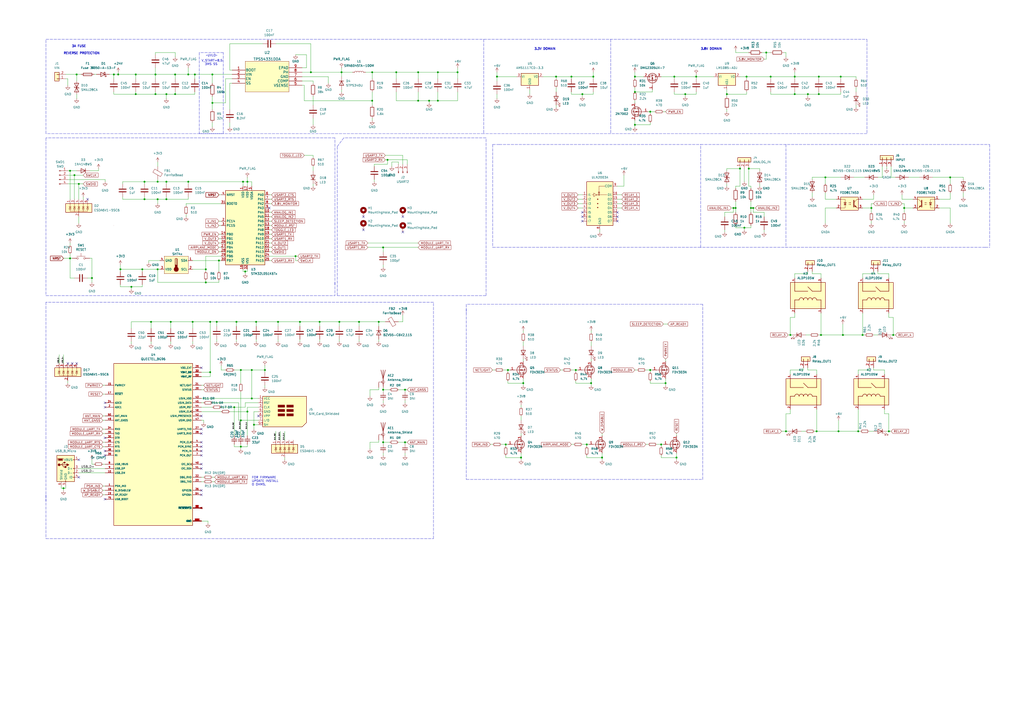
<source format=kicad_sch>
(kicad_sch (version 20211123) (generator eeschema)
  (paper "A2")
  (title_block (title "BC95_NB-IOT_MODULE") (date "2022-05-13") (rev "v1.0") (company "HASAN YUCEL COGAL"))
  (junction (at 515.62 250.19))
  (junction (at 127 151.13))
  (junction (at 222.25 256.54))
  (junction (at 161.29 186.69))
  (junction (at 474.98 54.61))
  (junction (at 334.01 214.63))
  (junction (at 109.22 43.18))
  (junction (at 208.28 186.69))
  (junction (at 377.19 214.63))
  (junction (at 125.73 186.69))
  (junction (at 91.44 156.21))
  (junction (at 487.68 44.45))
  (junction (at 139.7 243.84))
  (junction (at 96.52 115.57))
  (junction (at 488.95 194.31))
  (junction (at 82.55 156.21))
  (junction (at 458.47 194.31))
  (junction (at 444.5 30.48))
  (junction (at 139.7 259.08))
  (junction (at 173.99 186.69))
  (junction (at 476.25 194.31))
  (junction (at 474.98 44.45))
  (junction (at 349.25 265.43))
  (junction (at 185.42 186.69))
  (junction (at 342.9 222.25))
  (junction (at 142.24 157.48))
  (junction (at 368.3 44.45))
  (junction (at 518.16 194.31))
  (junction (at 242.57 41.91))
  (junction (at 392.43 265.43))
  (junction (at 143.51 238.76))
  (junction (at 69.85 156.21))
  (junction (at 294.64 214.63))
  (junction (at 461.01 44.45))
  (junction (at 500.38 194.31))
  (junction (at 143.51 105.41))
  (junction (at 83.82 115.57))
  (junction (at 146.05 231.14))
  (junction (at 383.54 257.81))
  (junction (at 101.6 43.18))
  (junction (at 222.25 226.06))
  (junction (at 96.52 54.61))
  (junction (at 234.95 256.54))
  (junction (at 551.18 102.87))
  (junction (at 434.34 97.79))
  (junction (at 198.12 41.91))
  (junction (at 153.67 214.63))
  (junction (at 148.59 186.69))
  (junction (at 87.63 186.69))
  (junction (at 215.9 41.91))
  (junction (at 254 41.91))
  (junction (at 68.58 43.18))
  (junction (at 433.07 44.45))
  (junction (at 391.16 44.45))
  (junction (at 224.79 92.71))
  (junction (at 137.16 186.69))
  (junction (at 45.72 106.68))
  (junction (at 123.19 43.18))
  (junction (at 119.38 163.83))
  (junction (at 135.89 236.22))
  (junction (at 229.87 41.91))
  (junction (at 425.45 120.65))
  (junction (at 109.22 105.41))
  (junction (at 337.82 54.61))
  (junction (at 403.86 44.45))
  (junction (at 44.45 43.18))
  (junction (at 234.95 226.06))
  (junction (at 331.47 44.45))
  (junction (at 146.05 214.63))
  (junction (at 368.3 72.39))
  (junction (at 340.36 257.81))
  (junction (at 421.64 54.61))
  (junction (at 524.51 120.65))
  (junction (at 111.76 186.69))
  (junction (at 101.6 54.61))
  (junction (at 91.44 105.41))
  (junction (at 288.29 44.45))
  (junction (at 505.46 120.65))
  (junction (at 215.9 58.42))
  (junction (at 90.17 54.61))
  (junction (at 436.88 120.65))
  (junction (at 429.26 97.79))
  (junction (at 344.17 44.45))
  (junction (at 99.06 186.69))
  (junction (at 66.04 43.18))
  (junction (at 53.34 161.29))
  (junction (at 123.19 59.69))
  (junction (at 426.72 120.65))
  (junction (at 435.61 120.65))
  (junction (at 242.57 58.42))
  (junction (at 473.71 250.19))
  (junction (at 302.26 265.43))
  (junction (at 486.41 250.19))
  (junction (at 121.92 186.69))
  (junction (at 254 58.42))
  (junction (at 219.71 186.69))
  (junction (at 76.2 166.37))
  (junction (at 386.08 222.25))
  (junction (at 293.37 257.81))
  (junction (at 397.51 54.61))
  (junction (at 303.53 222.25))
  (junction (at 40.64 149.86))
  (junction (at 121.92 215.9))
  (junction (at 119.38 156.21))
  (junction (at 140.97 105.41))
  (junction (at 83.82 105.41))
  (junction (at 180.34 41.91))
  (junction (at 36.83 283.21))
  (junction (at 222.25 143.51))
  (junction (at 497.84 250.19))
  (junction (at 90.17 43.18))
  (junction (at 265.43 41.91))
  (junction (at 139.7 214.63))
  (junction (at 196.85 186.69))
  (junction (at 91.44 115.57))
  (junction (at 248.92 58.42))
  (junction (at 322.58 44.45))
  (junction (at 171.45 148.59))
  (junction (at 447.04 44.45))
  (junction (at 78.74 43.18))
  (junction (at 455.93 250.19))
  (junction (at 431.8 132.08))
  (junction (at 43.18 101.6))
  (junction (at 468.63 54.61))
  (junction (at 377.19 64.77))
  (junction (at 461.01 54.61))
  (junction (at 368.3 53.34))
  (junction (at 147.32 246.38))
  (junction (at 113.03 43.18))
  (junction (at 78.74 54.61))
  (junction (at 40.64 99.06))
  (junction (at 478.79 102.87))
  (junction (at 96.52 105.41))
  (no_connect (at 337.82 123.19))
  (no_connect (at 337.82 125.73))
  (no_connect (at 358.14 125.73))
  (no_connect (at 60.96 236.22))
  (no_connect (at 60.96 233.68))
  (no_connect (at 116.84 287.02))
  (no_connect (at 116.84 284.48))
  (no_connect (at 116.84 264.16))
  (no_connect (at 116.84 271.78))
  (no_connect (at 116.84 269.24))
  (no_connect (at 116.84 251.46))
  (no_connect (at 116.84 248.92))
  (no_connect (at 116.84 261.62))
  (no_connect (at 116.84 259.08))
  (no_connect (at 116.84 256.54))
  (no_connect (at 210.82 125.73))
  (no_connect (at 210.82 133.35))
  (no_connect (at 233.68 125.73))
  (no_connect (at 233.68 134.62))
  (no_connect (at 60.96 261.62))
  (no_connect (at 60.96 264.16))
  (no_connect (at 60.96 254))
  (no_connect (at 358.14 128.27))
  (no_connect (at 60.96 289.56))
  (no_connect (at 116.84 213.36))
  (no_connect (at 149.86 241.3))
  (no_connect (at 45.72 276.86))
  (no_connect (at 45.72 266.7))
  (no_connect (at 39.37 210.82))
  (no_connect (at 41.91 210.82))
  (no_connect (at 44.45 210.82))
  (no_connect (at 116.84 241.3))
  (no_connect (at 337.82 128.27))
  (no_connect (at 50.8 115.57))
  (no_connect (at 358.14 123.19))
  (no_connect (at 156.21 120.65))
  (wire (pts (xy 142.24 233.68) (xy 149.86 233.68)))
  (wire (pts (xy 133.35 238.76) (xy 143.51 238.76)))
  (wire (pts (xy 128.27 236.22) (xy 135.89 236.22)))
  (wire (pts (xy 143.51 236.22) (xy 149.86 236.22)))
  (wire (pts (xy 43.18 101.6) (xy 43.18 115.57)))
  (wire (pts (xy 99.06 198.12) (xy 99.06 199.39)))
  (wire (pts (xy 361.95 101.6) (xy 361.95 107.95)))
  (wire (pts (xy 242.57 53.34) (xy 242.57 58.42)))
  (wire (pts (xy 175.26 39.37) (xy 177.8 39.37)))
  (wire (pts (xy 175.26 49.53) (xy 176.53 49.53)))
  (wire (pts (xy 303.53 222.25) (xy 303.53 223.52)))
  (wire (pts (xy 208.28 186.69) (xy 219.71 186.69)))
  (wire (pts (xy 133.35 71.12) (xy 133.35 73.66)))
  (wire (pts (xy 461.01 54.61) (xy 461.01 53.34)))
  (wire (pts (xy 381 257.81) (xy 383.54 257.81)))
  (wire (pts (xy 229.87 58.42) (xy 242.57 58.42)))
  (wire (pts (xy 505.46 123.19) (xy 505.46 120.65)))
  (wire (pts (xy 505.46 128.27) (xy 505.46 129.54)))
  (wire (pts (xy 161.29 186.69) (xy 161.29 189.23)))
  (wire (pts (xy 71.12 115.57) (xy 71.12 114.3)))
  (wire (pts (xy 120.65 302.26) (xy 116.84 302.26)))
  (wire (pts (xy 36.83 205.74) (xy 36.83 210.82)))
  (wire (pts (xy 468.63 54.61) (xy 474.98 54.61)))
  (wire (pts (xy 358.14 115.57) (xy 360.68 115.57)))
  (polyline (pts (xy 280.67 22.86) (xy 502.92 22.86)))
  (wire (pts (xy 111.76 198.12) (xy 111.76 199.39)))
  (wire (pts (xy 78.74 43.18) (xy 78.74 45.72)))
  (wire (pts (xy 139.7 214.63) (xy 146.05 214.63)))
  (wire (pts (xy 143.51 238.76) (xy 143.51 236.22)))
  (wire (pts (xy 504.19 214.63) (xy 497.84 214.63)))
  (wire (pts (xy 421.64 99.06) (xy 421.64 97.79)))
  (wire (pts (xy 506.73 157.48) (xy 506.73 158.75)))
  (wire (pts (xy 397.51 54.61) (xy 403.86 54.61)))
  (wire (pts (xy 160.02 25.4) (xy 180.34 25.4)))
  (wire (pts (xy 213.36 140.97) (xy 242.57 140.97)))
  (wire (pts (xy 124.46 279.4) (xy 123.19 279.4)))
  (wire (pts (xy 39.37 104.14) (xy 60.96 104.14)))
  (wire (pts (xy 529.59 115.57) (xy 523.24 115.57)))
  (wire (pts (xy 358.14 113.03) (xy 360.68 113.03)))
  (wire (pts (xy 285.75 214.63) (xy 287.02 214.63)))
  (wire (pts (xy 135.89 236.22) (xy 142.24 236.22)))
  (wire (pts (xy 78.74 54.61) (xy 90.17 54.61)))
  (wire (pts (xy 294.64 220.98) (xy 294.64 222.25)))
  (wire (pts (xy 518.16 184.15) (xy 518.16 194.31)))
  (wire (pts (xy 433.07 44.45) (xy 433.07 45.72)))
  (wire (pts (xy 111.76 156.21) (xy 119.38 156.21)))
  (wire (pts (xy 120.65 303.53) (xy 120.65 302.26)))
  (wire (pts (xy 335.28 120.65) (xy 337.82 120.65)))
  (wire (pts (xy 63.5 43.18) (xy 66.04 43.18)))
  (wire (pts (xy 307.34 52.07) (xy 307.34 54.61)))
  (wire (pts (xy 173.99 189.23) (xy 173.99 186.69)))
  (wire (pts (xy 40.64 140.97) (xy 40.64 142.24)))
  (wire (pts (xy 59.69 241.3) (xy 60.96 241.3)))
  (wire (pts (xy 435.61 120.65) (xy 436.88 120.65)))
  (wire (pts (xy 35.56 281.94) (xy 35.56 283.21)))
  (wire (pts (xy 185.42 196.85) (xy 185.42 198.12)))
  (wire (pts (xy 217.17 95.25) (xy 224.79 95.25)))
  (wire (pts (xy 161.29 196.85) (xy 161.29 198.12)))
  (wire (pts (xy 284.48 257.81) (xy 285.75 257.81)))
  (wire (pts (xy 48.26 114.3) (xy 48.26 115.57)))
  (wire (pts (xy 156.21 115.57) (xy 157.48 115.57)))
  (wire (pts (xy 109.22 115.57) (xy 109.22 114.3)))
  (wire (pts (xy 161.29 186.69) (xy 173.99 186.69)))
  (wire (pts (xy 248.92 58.42) (xy 254 58.42)))
  (wire (pts (xy 139.7 227.33) (xy 139.7 243.84)))
  (wire (pts (xy 116.84 218.44) (xy 121.92 218.44)))
  (wire (pts (xy 181.61 48.26) (xy 181.61 46.99)))
  (wire (pts (xy 461.01 158.75) (xy 461.01 161.29)))
  (polyline (pts (xy 115.57 30.48) (xy 115.57 77.47)))
  (wire (pts (xy 60.96 104.14) (xy 60.96 105.41)))
  (wire (pts (xy 222.25 143.51) (xy 222.25 146.05)))
  (wire (pts (xy 111.76 151.13) (xy 127 151.13)))
  (wire (pts (xy 176.53 49.53) (xy 176.53 58.42)))
  (wire (pts (xy 515.62 240.03) (xy 515.62 250.19)))
  (wire (pts (xy 487.68 54.61) (xy 487.68 53.34)))
  (wire (pts (xy 222.25 153.67) (xy 222.25 154.94)))
  (wire (pts (xy 91.44 105.41) (xy 96.52 105.41)))
  (wire (pts (xy 455.93 240.03) (xy 458.47 240.03)))
  (wire (pts (xy 421.64 54.61) (xy 421.64 55.88)))
  (wire (pts (xy 234.95 227.33) (xy 234.95 226.06)))
  (wire (pts (xy 217.17 104.14) (xy 217.17 105.41)))
  (wire (pts (xy 518.16 184.15) (xy 515.62 184.15)))
  (wire (pts (xy 140.97 105.41) (xy 140.97 107.95)))
  (wire (pts (xy 431.8 97.79) (xy 431.8 105.41)))
  (wire (pts (xy 165.1 265.43) (xy 165.1 266.7)))
  (polyline (pts (xy 251.46 312.42) (xy 251.46 175.26)))
  (wire (pts (xy 173.99 186.69) (xy 185.42 186.69)))
  (wire (pts (xy 82.55 156.21) (xy 91.44 156.21)))
  (wire (pts (xy 229.87 41.91) (xy 229.87 45.72)))
  (wire (pts (xy 290.83 257.81) (xy 293.37 257.81)))
  (wire (pts (xy 76.2 186.69) (xy 76.2 190.5)))
  (wire (pts (xy 140.97 105.41) (xy 143.51 105.41)))
  (wire (pts (xy 83.82 114.3) (xy 83.82 115.57)))
  (wire (pts (xy 143.51 157.48) (xy 143.51 156.21)))
  (wire (pts (xy 471.17 111.76) (xy 471.17 114.3)))
  (wire (pts (xy 558.8 111.76) (xy 558.8 114.3)))
  (wire (pts (xy 461.01 45.72) (xy 461.01 44.45)))
  (wire (pts (xy 424.18 120.65) (xy 425.45 120.65)))
  (wire (pts (xy 198.12 52.07) (xy 198.12 53.34)))
  (wire (pts (xy 386.08 64.77) (xy 384.81 64.77)))
  (wire (pts (xy 180.34 25.4) (xy 180.34 41.91)))
  (wire (pts (xy 113.03 43.18) (xy 113.03 45.72)))
  (polyline (pts (xy 199.39 80.01) (xy 195.58 85.09)))
  (wire (pts (xy 337.82 54.61) (xy 344.17 54.61)))
  (wire (pts (xy 147.32 238.76) (xy 149.86 238.76)))
  (wire (pts (xy 505.46 120.65) (xy 500.38 120.65)))
  (wire (pts (xy 505.46 118.11) (xy 505.46 120.65)))
  (wire (pts (xy 476.25 158.75) (xy 476.25 161.29)))
  (wire (pts (xy 426.72 132.08) (xy 431.8 132.08)))
  (wire (pts (xy 96.52 115.57) (xy 109.22 115.57)))
  (wire (pts (xy 420.37 133.35) (xy 420.37 134.62)))
  (polyline (pts (xy 406.4 83.82) (xy 574.04 83.82)))
  (wire (pts (xy 504.19 250.19) (xy 506.73 250.19)))
  (wire (pts (xy 377.19 66.04) (xy 377.19 64.77)))
  (wire (pts (xy 223.52 92.71) (xy 224.79 92.71)))
  (wire (pts (xy 116.84 276.86) (xy 118.11 276.86)))
  (polyline (pts (xy 251.46 175.26) (xy 26.67 175.26)))
  (wire (pts (xy 198.12 44.45) (xy 198.12 41.91)))
  (wire (pts (xy 458.47 214.63) (xy 458.47 217.17)))
  (wire (pts (xy 215.9 45.72) (xy 215.9 41.91)))
  (wire (pts (xy 440.69 99.06) (xy 440.69 97.79)))
  (wire (pts (xy 500.38 158.75) (xy 500.38 161.29)))
  (wire (pts (xy 40.64 147.32) (xy 40.64 149.86)))
  (wire (pts (xy 384.81 187.96) (xy 387.35 187.96)))
  (wire (pts (xy 147.32 246.38) (xy 147.32 238.76)))
  (wire (pts (xy 431.8 133.35) (xy 431.8 132.08)))
  (wire (pts (xy 165.1 250.19) (xy 165.1 255.27)))
  (wire (pts (xy 302.26 262.89) (xy 302.26 265.43)))
  (polyline (pts (xy 281.94 171.45) (xy 281.94 80.01)))
  (wire (pts (xy 96.52 114.3) (xy 96.52 115.57)))
  (wire (pts (xy 434.34 107.95) (xy 435.61 107.95)))
  (wire (pts (xy 288.29 44.45) (xy 299.72 44.45)))
  (wire (pts (xy 59.69 269.24) (xy 60.96 269.24)))
  (wire (pts (xy 185.42 186.69) (xy 185.42 189.23)))
  (wire (pts (xy 148.59 189.23) (xy 148.59 186.69)))
  (wire (pts (xy 39.37 106.68) (xy 45.72 106.68)))
  (wire (pts (xy 455.93 30.48) (xy 454.66 30.48)))
  (wire (pts (xy 215.9 53.34) (xy 215.9 58.42)))
  (wire (pts (xy 314.96 44.45) (xy 322.58 44.45)))
  (wire (pts (xy 68.58 43.18) (xy 78.74 43.18)))
  (wire (pts (xy 38.1 43.18) (xy 44.45 43.18)))
  (wire (pts (xy 121.92 186.69) (xy 125.73 186.69)))
  (wire (pts (xy 135.89 214.63) (xy 139.7 214.63)))
  (wire (pts (xy 478.79 102.87) (xy 478.79 106.68)))
  (wire (pts (xy 130.81 45.72) (xy 130.81 59.69)))
  (wire (pts (xy 403.86 44.45) (xy 414.02 44.45)))
  (wire (pts (xy 142.24 236.22) (xy 142.24 233.68)))
  (wire (pts (xy 377.19 220.98) (xy 377.19 222.25)))
  (wire (pts (xy 59.69 259.08) (xy 60.96 259.08)))
  (wire (pts (xy 551.18 102.87) (xy 541.02 102.87)))
  (wire (pts (xy 156.21 146.05) (xy 157.48 146.05)))
  (wire (pts (xy 471.17 102.87) (xy 478.79 102.87)))
  (wire (pts (xy 474.98 194.31) (xy 476.25 194.31)))
  (wire (pts (xy 153.67 212.09) (xy 153.67 214.63)))
  (wire (pts (xy 45.72 271.78) (xy 60.96 271.78)))
  (wire (pts (xy 146.05 107.95) (xy 146.05 105.41)))
  (wire (pts (xy 40.64 161.29) (xy 43.18 161.29)))
  (polyline (pts (xy 407.67 176.53) (xy 270.51 176.53)))
  (wire (pts (xy 425.45 123.19) (xy 425.45 120.65)))
  (wire (pts (xy 476.25 194.31) (xy 488.95 194.31)))
  (wire (pts (xy 511.81 96.52) (xy 511.81 102.87)))
  (wire (pts (xy 334.01 214.63) (xy 335.28 214.63)))
  (wire (pts (xy 45.72 106.68) (xy 45.72 115.57)))
  (wire (pts (xy 474.98 44.45) (xy 487.68 44.45)))
  (wire (pts (xy 265.43 45.72) (xy 265.43 41.91)))
  (wire (pts (xy 421.64 63.5) (xy 421.64 64.77)))
  (wire (pts (xy 90.17 54.61) (xy 96.52 54.61)))
  (wire (pts (xy 302.26 234.95) (xy 302.26 236.22)))
  (wire (pts (xy 76.2 198.12) (xy 76.2 199.39)))
  (wire (pts (xy 429.26 107.95) (xy 426.72 107.95)))
  (wire (pts (xy 214.63 256.54) (xy 219.71 256.54)))
  (wire (pts (xy 236.22 92.71) (xy 236.22 95.25)))
  (wire (pts (xy 39.37 45.72) (xy 38.1 45.72)))
  (wire (pts (xy 303.53 191.77) (xy 303.53 193.04)))
  (wire (pts (xy 125.73 186.69) (xy 137.16 186.69)))
  (wire (pts (xy 486.41 243.84) (xy 486.41 250.19)))
  (wire (pts (xy 41.91 149.86) (xy 40.64 149.86)))
  (wire (pts (xy 558.8 104.14) (xy 558.8 102.87)))
  (wire (pts (xy 303.53 198.12) (xy 303.53 200.66)))
  (wire (pts (xy 468.63 157.48) (xy 468.63 158.75)))
  (wire (pts (xy 39.37 220.98) (xy 39.37 222.25)))
  (wire (pts (xy 383.54 44.45) (xy 391.16 44.45)))
  (wire (pts (xy 116.84 238.76) (xy 128.27 238.76)))
  (wire (pts (xy 497.84 214.63) (xy 497.84 217.17)))
  (wire (pts (xy 368.3 214.63) (xy 369.57 214.63)))
  (wire (pts (xy 69.85 156.21) (xy 69.85 157.48)))
  (wire (pts (xy 87.63 186.69) (xy 99.06 186.69)))
  (wire (pts (xy 234.95 232.41) (xy 234.95 233.68)))
  (wire (pts (xy 90.17 54.61) (xy 90.17 53.34)))
  (wire (pts (xy 426.72 130.81) (xy 426.72 132.08)))
  (polyline (pts (xy 574.04 83.82) (xy 574.04 143.51)))
  (wire (pts (xy 322.58 44.45) (xy 322.58 45.72)))
  (wire (pts (xy 457.2 194.31) (xy 458.47 194.31)))
  (wire (pts (xy 383.54 259.08) (xy 383.54 257.81)))
  (wire (pts (xy 472.44 250.19) (xy 473.71 250.19)))
  (wire (pts (xy 52.07 99.06) (xy 57.15 99.06)))
  (wire (pts (xy 91.44 163.83) (xy 119.38 163.83)))
  (wire (pts (xy 294.64 214.63) (xy 295.91 214.63)))
  (wire (pts (xy 334.01 215.9) (xy 334.01 214.63)))
  (wire (pts (xy 53.34 161.29) (xy 53.34 149.86)))
  (wire (pts (xy 374.65 257.81) (xy 375.92 257.81)))
  (wire (pts (xy 254 53.34) (xy 254 58.42)))
  (wire (pts (xy 496.57 60.96) (xy 496.57 62.23)))
  (wire (pts (xy 515.62 158.75) (xy 515.62 161.29)))
  (wire (pts (xy 113.03 53.34) (xy 113.03 54.61)))
  (wire (pts (xy 403.86 44.45) (xy 403.86 45.72)))
  (wire (pts (xy 36.83 283.21) (xy 38.1 283.21)))
  (wire (pts (xy 116.84 233.68) (xy 118.11 233.68)))
  (wire (pts (xy 68.58 41.91) (xy 68.58 43.18)))
  (wire (pts (xy 40.64 149.86) (xy 40.64 161.29)))
  (wire (pts (xy 127 113.03) (xy 128.27 113.03)))
  (wire (pts (xy 435.61 120.65) (xy 435.61 123.19)))
  (polyline (pts (xy 26.67 171.45) (xy 194.31 171.45)))
  (wire (pts (xy 140.97 157.48) (xy 140.97 156.21)))
  (wire (pts (xy 421.64 106.68) (xy 421.64 107.95)))
  (wire (pts (xy 506.73 213.36) (xy 506.73 214.63)))
  (wire (pts (xy 215.9 68.58) (xy 215.9 69.85)))
  (wire (pts (xy 87.63 186.69) (xy 87.63 190.5)))
  (wire (pts (xy 215.9 41.91) (xy 212.09 41.91)))
  (wire (pts (xy 128.27 214.63) (xy 128.27 212.09)))
  (wire (pts (xy 111.76 186.69) (xy 121.92 186.69)))
  (wire (pts (xy 478.79 102.87) (xy 487.68 102.87)))
  (wire (pts (xy 198.12 39.37) (xy 198.12 41.91)))
  (wire (pts (xy 123.19 55.88) (xy 123.19 59.69)))
  (wire (pts (xy 176.53 90.17) (xy 181.61 90.17)))
  (wire (pts (xy 146.05 231.14) (xy 146.05 214.63)))
  (wire (pts (xy 551.18 115.57) (xy 544.83 115.57)))
  (polyline (pts (xy 281.94 80.01) (xy 199.39 80.01)))
  (wire (pts (xy 420.37 123.19) (xy 425.45 123.19)))
  (wire (pts (xy 59.69 243.84) (xy 60.96 243.84)))
  (wire (pts (xy 137.16 186.69) (xy 137.16 189.23)))
  (wire (pts (xy 181.61 46.99) (xy 175.26 46.99)))
  (wire (pts (xy 434.34 97.79) (xy 440.69 97.79)))
  (wire (pts (xy 107.95 118.11) (xy 107.95 119.38)))
  (polyline (pts (xy 26.67 287.02) (xy 26.67 312.42)))
  (polyline (pts (xy 26.67 77.47) (xy 26.67 22.86)))
  (wire (pts (xy 344.17 53.34) (xy 344.17 54.61)))
  (wire (pts (xy 344.17 45.72) (xy 344.17 44.45)))
  (wire (pts (xy 392.43 251.46) (xy 392.43 252.73)))
  (wire (pts (xy 325.12 214.63) (xy 326.39 214.63)))
  (wire (pts (xy 403.86 43.18) (xy 403.86 44.45)))
  (wire (pts (xy 101.6 30.48) (xy 90.17 30.48)))
  (wire (pts (xy 156.21 135.89) (xy 157.48 135.89)))
  (wire (pts (xy 153.67 214.63) (xy 153.67 215.9)))
  (wire (pts (xy 66.04 43.18) (xy 68.58 43.18)))
  (wire (pts (xy 86.36 152.4) (xy 86.36 151.13)))
  (wire (pts (xy 495.3 102.87) (xy 501.65 102.87)))
  (wire (pts (xy 109.22 105.41) (xy 109.22 106.68)))
  (wire (pts (xy 443.23 133.35) (xy 443.23 134.62)))
  (wire (pts (xy 294.64 222.25) (xy 303.53 222.25)))
  (wire (pts (xy 514.35 250.19) (xy 515.62 250.19)))
  (wire (pts (xy 294.64 215.9) (xy 294.64 214.63)))
  (wire (pts (xy 127 162.56) (xy 127 163.83)))
  (wire (pts (xy 69.85 166.37) (xy 69.85 165.1)))
  (wire (pts (xy 349.25 251.46) (xy 349.25 252.73)))
  (wire (pts (xy 101.6 45.72) (xy 101.6 43.18)))
  (wire (pts (xy 474.98 54.61) (xy 487.68 54.61)))
  (wire (pts (xy 66.04 43.18) (xy 66.04 45.72)))
  (wire (pts (xy 335.28 115.57) (xy 337.82 115.57)))
  (wire (pts (xy 242.57 58.42) (xy 248.92 58.42)))
  (wire (pts (xy 383.54 265.43) (xy 392.43 265.43)))
  (wire (pts (xy 111.76 186.69) (xy 111.76 190.5)))
  (wire (pts (xy 426.72 116.84) (xy 426.72 120.65)))
  (wire (pts (xy 147.32 246.38) (xy 147.32 248.92)))
  (wire (pts (xy 331.47 53.34) (xy 331.47 54.61)))
  (wire (pts (xy 101.6 30.48) (xy 101.6 33.02)))
  (wire (pts (xy 130.81 45.72) (xy 134.62 45.72)))
  (wire (pts (xy 214.63 260.35) (xy 214.63 256.54)))
  (wire (pts (xy 506.73 214.63) (xy 513.08 214.63)))
  (wire (pts (xy 440.69 106.68) (xy 440.69 107.95)))
  (wire (pts (xy 146.05 214.63) (xy 153.67 214.63)))
  (polyline (pts (xy 285.75 83.82) (xy 289.56 83.82)))
  (wire (pts (xy 153.67 223.52) (xy 153.67 224.79)))
  (wire (pts (xy 478.79 111.76) (xy 478.79 115.57)))
  (wire (pts (xy 444.5 30.48) (xy 447.04 30.48)))
  (wire (pts (xy 53.34 269.24) (xy 54.61 269.24)))
  (wire (pts (xy 471.17 104.14) (xy 471.17 102.87)))
  (wire (pts (xy 292.1 214.63) (xy 294.64 214.63)))
  (wire (pts (xy 487.68 45.72) (xy 487.68 44.45)))
  (wire (pts (xy 455.93 240.03) (xy 455.93 250.19)))
  (wire (pts (xy 127 135.89) (xy 128.27 135.89)))
  (wire (pts (xy 156.21 148.59) (xy 171.45 148.59)))
  (wire (pts (xy 334.01 222.25) (xy 342.9 222.25)))
  (wire (pts (xy 222.25 226.06) (xy 222.25 227.33)))
  (wire (pts (xy 223.52 90.17) (xy 233.68 90.17)))
  (wire (pts (xy 473.71 214.63) (xy 473.71 217.17)))
  (wire (pts (xy 368.3 44.45) (xy 368.3 45.72)))
  (wire (pts (xy 342.9 222.25) (xy 342.9 223.52)))
  (polyline (pts (xy 26.67 175.26) (xy 26.67 290.83)))
  (polyline (pts (xy 26.67 312.42) (xy 251.46 312.42)))
  (wire (pts (xy 426.72 107.95) (xy 426.72 109.22)))
  (wire (pts (xy 496.57 50.8) (xy 496.57 53.34)))
  (polyline (pts (xy 407.67 278.13) (xy 407.67 176.53)))
  (wire (pts (xy 36.83 149.86) (xy 40.64 149.86)))
  (wire (pts (xy 172.72 151.13) (xy 171.45 151.13)))
  (wire (pts (xy 233.68 182.88) (xy 233.68 186.69)))
  (wire (pts (xy 265.43 58.42) (xy 265.43 53.34)))
  (wire (pts (xy 397.51 55.88) (xy 397.51 54.61)))
  (wire (pts (xy 224.79 92.71) (xy 224.79 95.25)))
  (polyline (pts (xy 455.93 83.82) (xy 455.93 143.51)))
  (wire (pts (xy 471.17 158.75) (xy 476.25 158.75)))
  (wire (pts (xy 59.69 287.02) (xy 60.96 287.02)))
  (wire (pts (xy 142.24 158.75) (xy 142.24 157.48)))
  (wire (pts (xy 59.69 281.94) (xy 60.96 281.94)))
  (wire (pts (xy 138.43 233.68) (xy 138.43 243.84)))
  (wire (pts (xy 344.17 41.91) (xy 344.17 44.45)))
  (wire (pts (xy 478.79 115.57) (xy 485.14 115.57)))
  (wire (pts (xy 59.69 228.6) (xy 60.96 228.6)))
  (wire (pts (xy 506.73 194.31) (xy 509.27 194.31)))
  (wire (pts (xy 496.57 44.45) (xy 487.68 44.45)))
  (wire (pts (xy 125.73 186.69) (xy 125.73 189.23)))
  (wire (pts (xy 459.74 194.31) (xy 458.47 194.31)))
  (wire (pts (xy 551.18 111.76) (xy 551.18 115.57)))
  (wire (pts (xy 496.57 45.72) (xy 496.57 44.45)))
  (polyline (pts (xy 26.67 80.01) (xy 26.67 171.45)))
  (wire (pts (xy 443.23 34.29) (xy 444.5 34.29)))
  (wire (pts (xy 99.06 186.69) (xy 111.76 186.69)))
  (wire (pts (xy 142.24 157.48) (xy 143.51 157.48)))
  (wire (pts (xy 391.16 44.45) (xy 403.86 44.45)))
  (wire (pts (xy 137.16 196.85) (xy 137.16 198.12)))
  (wire (pts (xy 181.61 96.52) (xy 181.61 99.06)))
  (wire (pts (xy 54.61 43.18) (xy 55.88 43.18)))
  (wire (pts (xy 175.26 44.45) (xy 190.5 44.45)))
  (wire (pts (xy 342.9 208.28) (xy 342.9 209.55)))
  (wire (pts (xy 137.16 186.69) (xy 148.59 186.69)))
  (wire (pts (xy 499.11 250.19) (xy 497.84 250.19)))
  (wire (pts (xy 368.3 58.42) (xy 368.3 59.69)))
  (wire (pts (xy 86.36 151.13) (xy 92.71 151.13)))
  (wire (pts (xy 123.19 59.69) (xy 130.81 59.69)))
  (wire (pts (xy 533.4 102.87) (xy 527.05 102.87)))
  (wire (pts (xy 50.8 161.29) (xy 53.34 161.29)))
  (wire (pts (xy 248.92 58.42) (xy 248.92 59.69)))
  (wire (pts (xy 524.51 123.19) (xy 524.51 120.65)))
  (wire (pts (xy 331.47 45.72) (xy 331.47 44.45)))
  (wire (pts (xy 227.33 96.52) (xy 227.33 93.98)))
  (wire (pts (xy 476.25 181.61) (xy 476.25 194.31)))
  (wire (pts (xy 90.17 43.18) (xy 101.6 43.18)))
  (wire (pts (xy 515.62 184.15) (xy 515.62 181.61)))
  (wire (pts (xy 160.02 250.19) (xy 160.02 255.27)))
  (wire (pts (xy 180.34 41.91) (xy 175.26 41.91)))
  (wire (pts (xy 342.9 219.71) (xy 342.9 222.25)))
  (wire (pts (xy 83.82 115.57) (xy 71.12 115.57)))
  (polyline (pts (xy 270.51 179.07) (xy 270.51 278.13)))
  (polyline (pts (xy 571.5 143.51) (xy 406.4 143.51)))
  (wire (pts (xy 377.19 72.39) (xy 368.3 72.39)))
  (wire (pts (xy 214.63 226.06) (xy 219.71 226.06)))
  (wire (pts (xy 349.25 262.89) (xy 349.25 265.43)))
  (wire (pts (xy 69.85 153.67) (xy 69.85 156.21)))
  (wire (pts (xy 288.29 46.99) (xy 288.29 44.45)))
  (wire (pts (xy 334.01 220.98) (xy 334.01 222.25)))
  (polyline (pts (xy 502.92 22.86) (xy 502.92 77.47)))
  (wire (pts (xy 133.35 40.64) (xy 133.35 25.4)))
  (wire (pts (xy 518.16 194.31) (xy 519.43 194.31)))
  (wire (pts (xy 181.61 55.88) (xy 181.61 60.96)))
  (wire (pts (xy 340.36 264.16) (xy 340.36 265.43)))
  (wire (pts (xy 180.34 41.91) (xy 198.12 41.91)))
  (wire (pts (xy 386.08 219.71) (xy 386.08 222.25)))
  (wire (pts (xy 196.85 186.69) (xy 196.85 189.23)))
  (wire (pts (xy 127 130.81) (xy 128.27 130.81)))
  (polyline (pts (xy 280.67 22.86) (xy 280.67 77.47)))
  (wire (pts (xy 127 151.13) (xy 127 157.48)))
  (wire (pts (xy 119.38 148.59) (xy 119.38 156.21)))
  (wire (pts (xy 379.73 64.77) (xy 377.19 64.77)))
  (wire (pts (xy 374.65 214.63) (xy 377.19 214.63)))
  (polyline (pts (xy 195.58 171.45) (xy 281.94 171.45)))
  (wire (pts (xy 156.21 130.81) (xy 157.48 130.81)))
  (wire (pts (xy 383.54 257.81) (xy 384.81 257.81)))
  (wire (pts (xy 44.45 43.18) (xy 46.99 43.18)))
  (polyline (pts (xy 406.4 143.51) (xy 285.75 143.51)))
  (polyline (pts (xy 289.56 83.82) (xy 406.4 83.82)))
  (wire (pts (xy 426.72 29.21) (xy 426.72 30.48)))
  (wire (pts (xy 461.01 41.91) (xy 461.01 44.45)))
  (wire (pts (xy 303.53 208.28) (xy 303.53 209.55)))
  (wire (pts (xy 303.53 219.71) (xy 303.53 222.25)))
  (wire (pts (xy 149.86 246.38) (xy 147.32 246.38)))
  (wire (pts (xy 190.5 44.45) (xy 190.5 48.26)))
  (wire (pts (xy 515.62 240.03) (xy 513.08 240.03)))
  (wire (pts (xy 139.7 259.08) (xy 143.51 259.08)))
  (wire (pts (xy 101.6 54.61) (xy 101.6 53.34)))
  (wire (pts (xy 474.98 54.61) (xy 474.98 53.34)))
  (wire (pts (xy 90.17 43.18) (xy 90.17 45.72)))
  (wire (pts (xy 500.38 115.57) (xy 506.73 115.57)))
  (wire (pts (xy 234.95 256.54) (xy 236.22 256.54)))
  (wire (pts (xy 461.01 44.45) (xy 447.04 44.45)))
  (wire (pts (xy 444.5 30.48) (xy 444.5 34.29)))
  (polyline (pts (xy 129.54 30.48) (xy 115.57 30.48)))
  (wire (pts (xy 208.28 186.69) (xy 196.85 186.69)))
  (wire (pts (xy 337.82 54.61) (xy 337.82 55.88)))
  (wire (pts (xy 473.71 237.49) (xy 473.71 250.19)))
  (wire (pts (xy 198.12 41.91) (xy 204.47 41.91)))
  (wire (pts (xy 215.9 58.42) (xy 215.9 60.96)))
  (wire (pts (xy 176.53 58.42) (xy 215.9 58.42)))
  (polyline (pts (xy 406.4 143.51) (xy 406.4 83.82)))
  (wire (pts (xy 458.47 240.03) (xy 458.47 237.49)))
  (wire (pts (xy 447.04 54.61) (xy 447.04 53.34)))
  (wire (pts (xy 118.11 243.84) (xy 116.84 243.84)))
  (wire (pts (xy 509.27 157.48) (xy 509.27 158.75)))
  (wire (pts (xy 123.19 43.18) (xy 134.62 43.18)))
  (wire (pts (xy 127 138.43) (xy 128.27 138.43)))
  (wire (pts (xy 242.57 41.91) (xy 254 41.91)))
  (wire (pts (xy 146.05 105.41) (xy 143.51 105.41)))
  (wire (pts (xy 91.44 163.83) (xy 91.44 156.21)))
  (wire (pts (xy 127 146.05) (xy 128.27 146.05)))
  (wire (pts (xy 234.95 257.81) (xy 234.95 256.54)))
  (polyline (pts (xy 502.92 77.47) (xy 280.67 77.47)))
  (wire (pts (xy 118.11 243.84) (xy 118.11 245.11)))
  (wire (pts (xy 171.45 148.59) (xy 172.72 148.59)))
  (wire (pts (xy 181.61 68.58) (xy 181.61 72.39)))
  (wire (pts (xy 506.73 158.75) (xy 500.38 158.75)))
  (wire (pts (xy 222.25 255.27) (xy 222.25 256.54)))
  (polyline (pts (xy 194.31 165.1) (xy 194.31 80.01)))
  (wire (pts (xy 213.36 143.51) (xy 222.25 143.51)))
  (wire (pts (xy 139.7 243.84) (xy 149.86 243.84)))
  (wire (pts (xy 87.63 198.12) (xy 87.63 199.39)))
  (wire (pts (xy 113.03 43.18) (xy 123.19 43.18)))
  (wire (pts (xy 171.45 31.75) (xy 177.8 31.75)))
  (wire (pts (xy 39.37 99.06) (xy 40.64 99.06)))
  (wire (pts (xy 139.7 257.81) (xy 139.7 259.08)))
  (wire (pts (xy 90.17 30.48) (xy 90.17 31.75)))
  (wire (pts (xy 347.98 133.35) (xy 347.98 134.62)))
  (wire (pts (xy 76.2 167.64) (xy 76.2 166.37)))
  (wire (pts (xy 458.47 184.15) (xy 461.01 184.15)))
  (wire (pts (xy 130.81 214.63) (xy 128.27 214.63)))
  (wire (pts (xy 113.03 54.61) (xy 101.6 54.61)))
  (wire (pts (xy 358.14 120.65) (xy 360.68 120.65)))
  (wire (pts (xy 421.64 97.79) (xy 429.26 97.79)))
  (wire (pts (xy 429.26 44.45) (xy 433.07 44.45)))
  (wire (pts (xy 514.35 96.52) (xy 514.35 97.79)))
  (wire (pts (xy 265.43 39.37) (xy 265.43 41.91)))
  (wire (pts (xy 96.52 105.41) (xy 96.52 106.68)))
  (wire (pts (xy 109.22 43.18) (xy 113.03 43.18)))
  (wire (pts (xy 551.18 102.87) (xy 551.18 106.68)))
  (wire (pts (xy 156.21 123.19) (xy 157.48 123.19)))
  (wire (pts (xy 435.61 132.08) (xy 435.61 130.81)))
  (wire (pts (xy 425.45 120.65) (xy 426.72 120.65)))
  (wire (pts (xy 208.28 186.69) (xy 208.28 189.23)))
  (polyline (pts (xy 354.33 22.86) (xy 354.33 77.47)))
  (wire (pts (xy 349.25 265.43) (xy 349.25 266.7)))
  (wire (pts (xy 226.06 256.54) (xy 222.25 256.54)))
  (wire (pts (xy 478.79 120.65) (xy 478.79 129.54)))
  (polyline (pts (xy 194.31 80.01) (xy 26.67 80.01)))
  (wire (pts (xy 436.88 120.65) (xy 438.15 120.65)))
  (wire (pts (xy 119.38 156.21) (xy 119.38 157.48)))
  (polyline (pts (xy 129.54 77.47) (xy 129.54 30.48)))
  (wire (pts (xy 143.51 238.76) (xy 143.51 252.73)))
  (polyline (pts (xy 115.57 77.47) (xy 129.54 77.47)))
  (wire (pts (xy 66.04 54.61) (xy 78.74 54.61)))
  (wire (pts (xy 226.06 226.06) (xy 222.25 226.06)))
  (wire (pts (xy 288.29 41.91) (xy 288.29 44.45)))
  (wire (pts (xy 214.63 229.87) (xy 214.63 226.06)))
  (wire (pts (xy 368.3 69.85) (xy 368.3 72.39)))
  (wire (pts (xy 421.64 52.07) (xy 421.64 54.61)))
  (wire (pts (xy 107.95 124.46) (xy 107.95 125.73)))
  (wire (pts (xy 59.69 284.48) (xy 60.96 284.48)))
  (wire (pts (xy 551.18 120.65) (xy 551.18 129.54)))
  (wire (pts (xy 148.59 186.69) (xy 161.29 186.69)))
  (wire (pts (xy 433.07 44.45) (xy 447.04 44.45)))
  (wire (pts (xy 222.25 224.79) (xy 222.25 226.06)))
  (wire (pts (xy 435.61 116.84) (xy 435.61 120.65)))
  (wire (pts (xy 434.34 97.79) (xy 434.34 107.95)))
  (wire (pts (xy 143.51 102.87) (xy 143.51 105.41)))
  (wire (pts (xy 368.3 41.91) (xy 368.3 44.45)))
  (wire (pts (xy 222.25 262.89) (xy 222.25 264.16)))
  (wire (pts (xy 123.19 233.68) (xy 138.43 233.68)))
  (wire (pts (xy 127 151.13) (xy 128.27 151.13)))
  (wire (pts (xy 156.21 128.27) (xy 157.48 128.27)))
  (wire (pts (xy 109.22 105.41) (xy 140.97 105.41)))
  (wire (pts (xy 558.8 102.87) (xy 551.18 102.87)))
  (wire (pts (xy 91.44 104.14) (xy 91.44 105.41)))
  (polyline (pts (xy 571.5 143.51) (xy 574.04 143.51)))
  (wire (pts (xy 340.36 257.81) (xy 341.63 257.81)))
  (wire (pts (xy 433.07 53.34) (xy 433.07 54.61)))
  (polyline (pts (xy 194.31 163.83) (xy 194.31 171.45)))
  (wire (pts (xy 509.27 158.75) (xy 515.62 158.75)))
  (wire (pts (xy 293.37 257.81) (xy 294.64 257.81)))
  (wire (pts (xy 34.29 205.74) (xy 34.29 210.82)))
  (wire (pts (xy 156.21 118.11) (xy 157.48 118.11)))
  (polyline (pts (xy 280.67 77.47) (xy 26.67 77.47)))
  (wire (pts (xy 468.63 158.75) (xy 461.01 158.75)))
  (wire (pts (xy 219.71 196.85) (xy 219.71 198.12)))
  (wire (pts (xy 515.62 250.19) (xy 516.89 250.19)))
  (wire (pts (xy 59.69 251.46) (xy 60.96 251.46)))
  (wire (pts (xy 544.83 120.65) (xy 551.18 120.65)))
  (wire (pts (xy 392.43 262.89) (xy 392.43 265.43)))
  (wire (pts (xy 116.84 223.52) (xy 118.11 223.52)))
  (wire (pts (xy 254 41.91) (xy 254 45.72)))
  (wire (pts (xy 35.56 283.21) (xy 36.83 283.21)))
  (wire (pts (xy 302.26 251.46) (xy 302.26 252.73)))
  (wire (pts (xy 119.38 163.83) (xy 119.38 162.56)))
  (wire (pts (xy 71.12 106.68) (xy 71.12 105.41)))
  (wire (pts (xy 119.38 163.83) (xy 127 163.83)))
  (wire (pts (xy 386.08 222.25) (xy 386.08 223.52)))
  (wire (pts (xy 501.65 194.31) (xy 500.38 194.31)))
  (wire (pts (xy 234.95 262.89) (xy 234.95 264.16)))
  (wire (pts (xy 331.47 257.81) (xy 332.74 257.81)))
  (wire (pts (xy 497.84 237.49) (xy 497.84 250.19)))
  (wire (pts (xy 53.34 149.86) (xy 52.07 149.86)))
  (wire (pts (xy 57.15 97.79) (xy 57.15 99.06)))
  (wire (pts (xy 66.04 53.34) (xy 66.04 54.61)))
  (wire (pts (xy 457.2 250.19) (xy 455.93 250.19)))
  (wire (pts (xy 436.88 120.65) (xy 436.88 123.19)))
  (wire (pts (xy 391.16 44.45) (xy 391.16 45.72)))
  (polyline (pts (xy 285.75 83.82) (xy 285.75 143.51)))
  (wire (pts (xy 124.46 276.86) (xy 123.19 276.86)))
  (wire (pts (xy 229.87 53.34) (xy 229.87 58.42)))
  (wire (pts (xy 473.71 250.19) (xy 486.41 250.19)))
  (wire (pts (xy 288.29 54.61) (xy 288.29 57.15)))
  (wire (pts (xy 234.95 256.54) (xy 231.14 256.54)))
  (wire (pts (xy 143.51 259.08) (xy 143.51 257.81)))
  (wire (pts (xy 76.2 166.37) (xy 82.55 166.37)))
  (wire (pts (xy 125.73 196.85) (xy 125.73 198.12)))
  (wire (pts (xy 368.3 72.39) (xy 368.3 73.66)))
  (wire (pts (xy 234.95 226.06) (xy 231.14 226.06)))
  (wire (pts (xy 368.3 44.45) (xy 373.38 44.45)))
  (wire (pts (xy 83.82 105.41) (xy 83.82 106.68)))
  (wire (pts (xy 516.89 194.31) (xy 518.16 194.31)))
  (wire (pts (xy 173.99 196.85) (xy 173.99 198.12)))
  (wire (pts (xy 420.37 125.73) (xy 420.37 123.19)))
  (wire (pts (xy 128.27 118.11) (xy 107.95 118.11)))
  (wire (pts (xy 466.09 213.36) (xy 466.09 214.63)))
  (wire (pts (xy 76.2 166.37) (xy 69.85 166.37)))
  (wire (pts (xy 342.9 198.12) (xy 342.9 200.66)))
  (wire (pts (xy 121.92 186.69) (xy 121.92 215.9)))
  (wire (pts (xy 99.06 186.69) (xy 99.06 190.5)))
  (wire (pts (xy 135.89 259.08) (xy 139.7 259.08)))
  (wire (pts (xy 435.61 107.95) (xy 435.61 109.22)))
  (wire (pts (xy 142.24 157.48) (xy 140.97 157.48)))
  (wire (pts (xy 156.21 143.51) (xy 157.48 143.51)))
  (wire (pts (xy 443.23 125.73) (xy 443.23 123.19)))
  (wire (pts (xy 469.9 194.31) (xy 467.36 194.31)))
  (wire (pts (xy 523.24 113.03) (xy 523.24 115.57)))
  (wire (pts (xy 156.21 140.97) (xy 157.48 140.97)))
  (wire (pts (xy 458.47 184.15) (xy 458.47 194.31)))
  (wire (pts (xy 322.58 50.8) (xy 322.58 53.34)))
  (wire (pts (xy 524.51 128.27) (xy 524.51 129.54)))
  (wire (pts (xy 335.28 118.11) (xy 337.82 118.11)))
  (wire (pts (xy 368.3 53.34) (xy 378.46 53.34)))
  (wire (pts (xy 377.19 215.9) (xy 377.19 214.63)))
  (wire (pts (xy 116.84 279.4) (xy 118.11 279.4)))
  (wire (pts (xy 421.64 54.61) (xy 433.07 54.61)))
  (wire (pts (xy 53.34 161.29) (xy 53.34 163.83)))
  (wire (pts (xy 109.22 39.37) (xy 109.22 43.18)))
  (wire (pts (xy 133.35 48.26) (xy 134.62 48.26)))
  (wire (pts (xy 162.56 250.19) (xy 162.56 255.27)))
  (wire (pts (xy 181.61 90.17) (xy 181.61 91.44)))
  (wire (pts (xy 302.26 265.43) (xy 302.26 266.7)))
  (wire (pts (xy 116.84 236.22) (xy 123.19 236.22)))
  (wire (pts (xy 293.37 265.43) (xy 302.26 265.43)))
  (wire (pts (xy 139.7 243.84) (xy 139.7 252.73)))
  (wire (pts (xy 82.55 157.48) (xy 82.55 156.21)))
  (wire (pts (xy 486.41 250.19) (xy 497.84 250.19)))
  (wire (pts (xy 39.37 49.53) (xy 39.37 45.72)))
  (wire (pts (xy 185.42 186.69) (xy 196.85 186.69)))
  (wire (pts (xy 506.73 118.11) (xy 505.46 118.11)))
  (wire (pts (xy 377.19 71.12) (xy 377.19 72.39)))
  (wire (pts (xy 222.25 232.41) (xy 222.25 233.68)))
  (wire (pts (xy 128.27 148.59) (xy 119.38 148.59)))
  (wire (pts (xy 471.17 157.48) (xy 471.17 158.75)))
  (wire (pts (xy 156.21 138.43) (xy 157.48 138.43)))
  (wire (pts (xy 468.63 214.63) (xy 473.71 214.63)))
  (wire (pts (xy 391.16 54.61) (xy 391.16 53.34)))
  (wire (pts (xy 429.26 97.79) (xy 429.26 107.95)))
  (polyline (pts (xy 129.54 77.47) (xy 129.54 77.47)))
  (polyline (pts (xy 270.51 278.13) (xy 407.67 278.13)))
  (polyline (pts (xy 270.51 176.53) (xy 270.51 181.61)))
  (wire (pts (xy 468.63 213.36) (xy 468.63 214.63)))
  (wire (pts (xy 506.73 113.03) (xy 506.73 115.57)))
  (wire (pts (xy 91.44 93.98) (xy 91.44 96.52)))
  (wire (pts (xy 133.35 40.64) (xy 134.62 40.64)))
  (wire (pts (xy 116.84 215.9) (xy 121.92 215.9)))
  (wire (pts (xy 156.21 133.35) (xy 157.48 133.35)))
  (wire (pts (xy 485.14 120.65) (xy 478.79 120.65)))
  (wire (pts (xy 78.74 43.18) (xy 90.17 43.18)))
  (wire (pts (xy 196.85 196.85) (xy 196.85 198.12)))
  (wire (pts (xy 242.57 45.72) (xy 242.57 41.91)))
  (wire (pts (xy 44.45 43.18) (xy 44.45 46.99)))
  (wire (pts (xy 322.58 44.45) (xy 331.47 44.45)))
  (wire (pts (xy 59.69 223.52) (xy 60.96 223.52)))
  (wire (pts (xy 43.18 101.6) (xy 48.26 101.6)))
  (wire (pts (xy 455.93 33.02) (xy 455.93 30.48)))
  (wire (pts (xy 138.43 243.84) (xy 139.7 243.84)))
  (wire (pts (xy 344.17 44.45) (xy 331.47 44.45)))
  (wire (pts (xy 135.89 236.22) (xy 135.89 252.73)))
  (wire (pts (xy 39.37 101.6) (xy 43.18 101.6)))
  (wire (pts (xy 146.05 231.14) (xy 149.86 231.14)))
  (wire (pts (xy 139.7 214.63) (xy 139.7 222.25)))
  (wire (pts (xy 426.72 30.48) (xy 434.34 30.48)))
  (wire (pts (xy 222.25 143.51) (xy 242.57 143.51)))
  (wire (pts (xy 59.69 248.92) (xy 60.96 248.92)))
  (wire (pts (xy 53.34 266.7) (xy 53.34 269.24)))
  (wire (pts (xy 513.08 240.03) (xy 513.08 237.49)))
  (wire (pts (xy 123.19 43.18) (xy 123.19 48.26)))
  (wire (pts (xy 91.44 105.41) (xy 83.82 105.41)))
  (wire (pts (xy 91.44 156.21) (xy 92.71 156.21)))
  (wire (pts (xy 368.3 50.8) (xy 368.3 53.34)))
  (wire (pts (xy 504.19 213.36) (xy 504.19 214.63)))
  (wire (pts (xy 377.19 214.63) (xy 378.46 214.63)))
  (wire (pts (xy 234.95 226.06) (xy 236.22 226.06)))
  (wire (pts (xy 177.8 39.37) (xy 177.8 31.75)))
  (wire (pts (xy 45.72 125.73) (xy 45.72 129.54)))
  (wire (pts (xy 383.54 264.16) (xy 383.54 265.43)))
  (wire (pts (xy 361.95 107.95) (xy 358.14 107.95)))
  (wire (pts (xy 44.45 54.61) (xy 44.45 57.15)))
  (wire (pts (xy 461.01 184.15) (xy 461.01 181.61)))
  (wire (pts (xy 36.83 283.21) (xy 36.83 284.48)))
  (wire (pts (xy 219.71 189.23) (xy 219.71 186.69)))
  (wire (pts (xy 135.89 257.81) (xy 135.89 259.08)))
  (wire (pts (xy 219.71 186.69) (xy 223.52 186.69)))
  (wire (pts (xy 468.63 54.61) (xy 468.63 55.88)))
  (wire (pts (xy 219.71 256.54) (xy 219.71 255.27)))
  (wire (pts (xy 127 140.97) (xy 128.27 140.97)))
  (wire (pts (xy 342.9 191.77) (xy 342.9 193.04)))
  (wire (pts (xy 488.95 187.96) (xy 488.95 194.31)))
  (wire (pts (xy 466.09 214.63) (xy 458.47 214.63)))
  (wire (pts (xy 208.28 196.85) (xy 208.28 198.12)))
  (wire (pts (xy 227.33 93.98) (xy 231.14 93.98)))
  (wire (pts (xy 224.79 92.71) (xy 236.22 92.71)))
  (wire (pts (xy 447.04 54.61) (xy 461.01 54.61)))
  (wire (pts (xy 219.71 226.06) (xy 219.71 224.79)))
  (wire (pts (xy 302.26 241.3) (xy 302.26 243.84)))
  (wire (pts (xy 516.89 96.52) (xy 516.89 102.87)))
  (wire (pts (xy 377.19 222.25) (xy 386.08 222.25)))
  (wire (pts (xy 229.87 41.91) (xy 242.57 41.91)))
  (wire (pts (xy 524.51 120.65) (xy 529.59 120.65)))
  (wire (pts (xy 91.44 115.57) (xy 96.52 115.57)))
  (wire (pts (xy 513.08 214.63) (xy 513.08 217.17)))
  (wire (pts (xy 121.92 218.44) (xy 121.92 215.9)))
  (wire (pts (xy 524.51 118.11) (xy 524.51 120.65)))
  (wire (pts (xy 340.36 259.08) (xy 340.36 257.81)))
  (wire (pts (xy 474.98 45.72) (xy 474.98 44.45)))
  (wire (pts (xy 127 128.27) (xy 128.27 128.27)))
  (wire (pts (xy 254 58.42) (xy 265.43 58.42)))
  (wire (pts (xy 133.35 63.5) (xy 133.35 48.26)))
  (wire (pts (xy 215.9 41.91) (xy 229.87 41.91)))
  (wire (pts (xy 461.01 54.61) (xy 468.63 54.61)))
  (wire (pts (xy 40.64 99.06) (xy 44.45 99.06)))
  (wire (pts (xy 488.95 194.31) (xy 500.38 194.31)))
  (wire (pts (xy 386.08 208.28) (xy 386.08 209.55)))
  (wire (pts (xy 444.5 30.48) (xy 441.96 30.48)))
  (wire (pts (xy 91.44 115.57) (xy 91.44 118.11)))
  (wire (pts (xy 426.72 120.65) (xy 426.72 123.19)))
  (wire (pts (xy 96.52 105.41) (xy 109.22 105.41)))
  (wire (pts (xy 453.39 250.19) (xy 455.93 250.19)))
  (wire (pts (xy 447.04 45.72) (xy 447.04 44.45)))
  (wire (pts (xy 337.82 257.81) (xy 340.36 257.81)))
  (wire (pts (xy 181.61 106.68) (xy 181.61 107.95)))
  (wire (pts (xy 133.35 25.4) (xy 152.4 25.4)))
  (wire (pts (xy 443.23 123.19) (xy 436.88 123.19)))
  (wire (pts (xy 293.37 259.08) (xy 293.37 257.81)))
  (wire (pts (xy 156.21 113.03) (xy 157.48 113.03)))
  (wire (pts (xy 519.43 102.87) (xy 516.89 102.87)))
  (wire (pts (xy 233.68 90.17) (xy 233.68 95.25)))
  (wire (pts (xy 358.14 118.11) (xy 360.68 118.11)))
  (wire (pts (xy 171.45 151.13) (xy 171.45 148.59)))
  (polyline (pts (xy 26.67 22.86) (xy 280.67 22.86)))
  (wire (pts (xy 156.21 151.13) (xy 157.48 151.13)))
  (wire (pts (xy 143.51 107.95) (xy 143.51 105.41)))
  (wire (pts (xy 231.14 93.98) (xy 231.14 95.25)))
  (wire (pts (xy 217.17 96.52) (xy 217.17 95.25)))
  (wire (pts (xy 45.72 274.32) (xy 60.96 274.32)))
  (wire (pts (xy 500.38 181.61) (xy 500.38 194.31)))
  (wire (pts (xy 116.84 226.06) (xy 118.11 226.06)))
  (wire (pts (xy 96.52 54.61) (xy 101.6 54.61)))
  (wire (pts (xy 59.69 256.54) (xy 60.96 256.54)))
  (wire (pts (xy 461.01 44.45) (xy 474.98 44.45)))
  (wire (pts (xy 331.47 214.63) (xy 334.01 214.63)))
  (wire (pts (xy 523.24 118.11) (xy 524.51 118.11)))
  (wire (pts (xy 139.7 259.08) (xy 139.7 260.35)))
  (wire (pts (xy 293.37 264.16) (xy 293.37 265.43)))
  (wire (pts (xy 45.72 106.68) (xy 48.26 106.68)))
  (wire (pts (xy 78.74 53.34) (xy 78.74 54.61)))
  (wire (pts (xy 231.14 186.69) (xy 233.68 186.69)))
  (wire (pts (xy 335.28 113.03) (xy 337.82 113.03)))
  (wire (pts (xy 331.47 54.61) (xy 337.82 54.61)))
  (wire (pts (xy 322.58 60.96) (xy 322.58 62.23)))
  (wire (pts (xy 123.19 63.5) (xy 123.19 59.69)))
  (wire (pts (xy 148.59 196.85) (xy 148.59 198.12)))
  (wire (pts (xy 123.19 71.12) (xy 123.19 73.66)))
  (wire (pts (xy 101.6 43.18) (xy 109.22 43.18)))
  (wire (pts (xy 156.21 125.73) (xy 157.48 125.73)))
  (wire (pts (xy 377.19 64.77) (xy 375.92 64.77)))
  (wire (pts (xy 509.27 102.87) (xy 511.81 102.87)))
  (wire (pts (xy 392.43 265.43) (xy 392.43 266.7)))
  (wire (pts (xy 116.84 231.14) (xy 146.05 231.14)))
  (wire (pts (xy 82.55 166.37) (xy 82.55 165.1)))
  (wire (pts (xy 222.25 256.54) (xy 222.25 257.81)))
  (wire (pts (xy 127 143.51) (xy 128.27 143.51)))
  (wire (pts (xy 82.55 156.21) (xy 69.85 156.21)))
  (wire (pts (xy 38.1 283.21) (xy 38.1 281.94)))
  (wire (pts (xy 431.8 132.08) (xy 435.61 132.08)))
  (polyline (pts (xy 195.58 85.09) (xy 195.58 171.45)))
  (wire (pts (xy 467.36 250.19) (xy 464.82 250.19)))
  (wire (pts (xy 397.51 54.61) (xy 391.16 54.61)))
  (wire (pts (xy 76.2 186.69) (xy 87.63 186.69)))
  (wire (pts (xy 40.64 99.06) (xy 40.64 115.57)))
  (wire (pts (xy 71.12 105.41) (xy 83.82 105.41)))
  (wire (pts (xy 254 41.91) (xy 265.43 41.91)))
  (wire (pts (xy 403.86 54.61) (xy 403.86 53.34)))
  (wire (pts (xy 340.36 265.43) (xy 349.25 265.43)))
  (wire (pts (xy 378.46 53.34) (xy 378.46 52.07)))
  (wire (pts (xy 83.82 115.57) (xy 91.44 115.57)))
  (wire (pts (xy 90.17 39.37) (xy 90.17 43.18)))
  (wire (pts (xy 96.52 54.61) (xy 96.52 57.15)))
  (text "FOR FIRMWARE \nUPDATE INSTALL \n0 OHMS." (at 146.05 281.94 0) (effects (font (size 1.27 1.27)) (justify left bottom)))
  (text "V_START=8,5\n  3MS SS" (at 116.84 38.1 0) (effects (font (size 1.27 1.27)) (justify left bottom)))
  (text "~UVLO~" (at 119.38 33.02 0) (effects (font (size 1.27 1.27)) (justify left bottom)))
  (text "3.3V DOMAIN\n" (at 309.88 29.21 0) (effects (font (size 1.27 1.27) bold) (justify left bottom)))
  (text "	3A FUSE\n\nREVERSE PROTECTION" (at 36.83 31.75 0) (effects (font (size 1.27 1.27) (thickness 0.254) bold) (justify left bottom)))
  (text "3.8V DOMAIN\n" (at 406.4 29.21 0) (effects (font (size 1.27 1.27) bold) (justify left bottom)))
  (label "SIM_CLK" (at 165.1 255.27 90) (effects (font (size 0.65 0.65))))
  (label "USB_D-" (at 34.29 210.82 90) (effects (font (size 0.65 0.65))))
  (label "SIM_RST" (at 160.02 255.27 90) (effects (font (size 0.65 0.65))))
  (label "SIM_DATA" (at 162.56 255.27 90) (effects (font (size 0.65 0.65))))
  (label "USB_D+" (at 36.83 210.82 90) (effects (font (size 0.65 0.65))))
  (label "USB_D+" (at 46.99 271.78 0))
  (label "USB_D-" (at 46.99 274.32 0))
  (label "SIM_DATA" (at 139.7 248.92 90) (effects (font (size 0.65 0.65))))
  (label "SIM_RST" (at 135.89 248.92 90) (effects (font (size 0.65 0.65))))
  (label "SIM_CLK" (at 143.51 248.92 90) (effects (font (size 0.65 0.65))))
  (global_label "USART2_TX" (shape input) (at 223.52 90.17 180) (property "Intersheet References" "${INTERSHEET_REFS}" (effects hide)))
  (global_label "TOGGLE_LED" (shape input) (at 176.53 90.17 180) (property "Intersheet References" "${INTERSHEET_REFS}" (effects hide)))
  (global_label "RELAY_3" (shape input) (at 457.2 194.31 180) (property "Intersheet References" "${INTERSHEET_REFS}" (effects hide)))
  (global_label "MODULE_UART_TX" (shape input) (at 124.46 279.4 0) (property "Intersheet References" "${INTERSHEET_REFS}" (effects hide)))
  (global_label "PWR_EN" (shape input) (at 386.08 64.77 0) (property "Intersheet References" "${INTERSHEET_REFS}" (effects hide)))
  (global_label "3.8V_MONITOR" (shape input) (at 157.48 118.11 0) (property "Intersheet References" "${INTERSHEET_REFS}" (effects hide)))
  (global_label "TOGGLE_LED" (shape input) (at 157.48 133.35 0) (property "Intersheet References" "${INTERSHEET_REFS}" (effects hide)))
  (global_label "AIRPLANE_MODE" (shape input) (at 127 143.51 180) (property "Intersheet References" "${INTERSHEET_REFS}" (effects hide)))
  (global_label "RESET" (shape input) (at 59.69 228.6 180) (property "Intersheet References" "${INTERSHEET_REFS}" (effects hide)))
  (global_label "MODULE_UART_RTS" (shape input) (at 59.69 256.54 180) (property "Intersheet References" "${INTERSHEET_REFS}" (effects hide)))
  (global_label "PWRKEY" (shape input) (at 59.69 223.52 180) (property "Intersheet References" "${INTERSHEET_REFS}" (effects hide)))
  (global_label "ANT_MAIN" (shape input) (at 236.22 256.54 0) (property "Intersheet References" "${INTERSHEET_REFS}" (effects hide)))
  (global_label "USART1_TX" (shape input) (at 213.36 140.97 180) (property "Intersheet References" "${INTERSHEET_REFS}" (effects hide)))
  (global_label "PWR_EN" (shape input) (at 127 135.89 180) (property "Intersheet References" "${INTERSHEET_REFS}" (effects hide)))
  (global_label "SWDIO" (shape input) (at 48.26 106.68 0) (property "Intersheet References" "${INTERSHEET_REFS}" (effects hide)))
  (global_label "V_OUT4" (shape input) (at 335.28 120.65 180) (property "Intersheet References" "${INTERSHEET_REFS}" (effects hide)))
  (global_label "RELAY_2" (shape input) (at 360.68 115.57 0) (property "Intersheet References" "${INTERSHEET_REFS}" (effects hide)))
  (global_label "MODULE_ON" (shape input) (at 127 146.05 180) (property "Intersheet References" "${INTERSHEET_REFS}" (effects hide)))
  (global_label "USART1_TX" (shape input) (at 157.48 135.89 0) (property "Intersheet References" "${INTERSHEET_REFS}" (effects hide)))
  (global_label "MODULE_RST" (shape input) (at 157.48 130.81 0) (property "Intersheet References" "${INTERSHEET_REFS}" (effects hide)))
  (global_label "3.8V_MONITOR" (shape input) (at 443.23 34.29 180) (property "Intersheet References" "${INTERSHEET_REFS}" (effects hide)))
  (global_label "USART2_CTS" (shape input) (at 157.48 113.03 0) (property "Intersheet References" "${INTERSHEET_REFS}" (effects hide)))
  (global_label "SWCLK" (shape input) (at 48.26 101.6 0) (property "Intersheet References" "${INTERSHEET_REFS}" (effects hide)))
  (global_label "V_OUT3" (shape input) (at 127 138.43 180) (property "Intersheet References" "${INTERSHEET_REFS}" (effects hide)))
  (global_label "RELAY_4" (shape input) (at 519.43 194.31 0) (property "Intersheet References" "${INTERSHEET_REFS}" (effects hide)))
  (global_label "V_IN2" (shape input) (at 523.24 118.11 180) (property "Intersheet References" "${INTERSHEET_REFS}" (effects hide)))
  (global_label "ANT_GNSS" (shape input) (at 59.69 243.84 180) (property "Intersheet References" "${INTERSHEET_REFS}" (effects hide)))
  (global_label "USART2_RX" (shape input) (at 157.48 151.13 0) (property "Intersheet References" "${INTERSHEET_REFS}" (effects hide)))
  (global_label "USART2_TX" (shape input) (at 172.72 148.59 0) (property "Intersheet References" "${INTERSHEET_REFS}" (effects hide)))
  (global_label "V_OUT1" (shape input) (at 335.28 113.03 180) (property "Intersheet References" "${INTERSHEET_REFS}" (effects hide)))
  (global_label "STATUS" (shape input) (at 325.12 214.63 180) (property "Intersheet References" "${INTERSHEET_REFS}" (effects hide)))
  (global_label "MODULE_UART_TX" (shape input) (at 242.57 140.97 0) (property "Intersheet References" "${INTERSHEET_REFS}" (effects hide)))
  (global_label "V_OUT4" (shape input) (at 127 140.97 180) (property "Intersheet References" "${INTERSHEET_REFS}" (effects hide)))
  (global_label "MODULE_ON" (shape input) (at 368.3 214.63 180) (property "Intersheet References" "${INTERSHEET_REFS}" (effects hide)))
  (global_label "V_OUT2" (shape input) (at 157.48 140.97 0) (property "Intersheet References" "${INTERSHEET_REFS}" (effects hide)))
  (global_label "MODULE_UART_RX" (shape input) (at 124.46 276.86 0) (property "Intersheet References" "${INTERSHEET_REFS}" (effects hide)))
  (global_label "V_OUT1" (shape input) (at 157.48 143.51 0) (property "Intersheet References" "${INTERSHEET_REFS}" (effects hide)))
  (global_label "V_IN1" (shape input) (at 506.73 118.11 0) (property "Intersheet References" "${INTERSHEET_REFS}" (effects hide)))
  (global_label "RELAY_2" (shape input) (at 516.89 250.19 0) (property "Intersheet References" "${INTERSHEET_REFS}" (effects hide)))
  (global_label "ANALOG_IN2" (shape input) (at 157.48 125.73 0) (property "Intersheet References" "${INTERSHEET_REFS}" (effects hide)))
  (global_label "MODULE_UART_RX" (shape input) (at 242.57 143.51 0) (property "Intersheet References" "${INTERSHEET_REFS}" (effects hide)))
  (global_label "SWCLK" (shape input) (at 172.72 151.13 0) (property "Intersheet References" "${INTERSHEET_REFS}" (effects hide)))
  (global_label "AP_READY" (shape input) (at 59.69 287.02 180) (property "Intersheet References" "${INTERSHEET_REFS}" (effects hide)))
  (global_label "USART2_RX" (shape input) (at 223.52 92.71 180) (property "Intersheet References" "${INTERSHEET_REFS}" (effects hide)))
  (global_label "AP_READY" (shape input) (at 387.35 187.96 0) (property "Intersheet References" "${INTERSHEET_REFS}" (effects hide)))
  (global_label "SLEEP_DETECTION" (shape input) (at 157.48 128.27 0) (property "Intersheet References" "${INTERSHEET_REFS}" (effects hide)))
  (global_label "ANT_GNSS" (shape input) (at 236.22 226.06 0) (property "Intersheet References" "${INTERSHEET_REFS}" (effects hide)))
  (global_label "USART1_RX" (shape input) (at 157.48 138.43 0) (property "Intersheet References" "${INTERSHEET_REFS}" (effects hide)))
  (global_label "USART2_RTS" (shape input) (at 157.48 115.57 0) (property "Intersheet References" "${INTERSHEET_REFS}" (effects hide)))
  (global_label "PWRKEY" (shape input) (at 386.08 208.28 90) (property "Intersheet References" "${INTERSHEET_REFS}" (effects hide)))
  (global_label "RELAY_3" (shape input) (at 360.68 118.11 0) (property "Intersheet References" "${INTERSHEET_REFS}" (effects hide)))
  (global_label "RELAY_4" (shape input) (at 360.68 120.65 0) (property "Intersheet References" "${INTERSHEET_REFS}" (effects hide)))
  (global_label "ANALOG_IN1" (shape input) (at 157.48 123.19 0) (property "Intersheet References" "${INTERSHEET_REFS}" (effects hide)))
  (global_label "MODULE_RST" (shape input) (at 374.65 257.81 180) (property "Intersheet References" "${INTERSHEET_REFS}" (effects hide)))
  (global_label "NETLIGHT" (shape input) (at 285.75 214.63 180) (property "Intersheet References" "${INTERSHEET_REFS}" (effects hide)))
  (global_label "RELAY_1" (shape input) (at 360.68 113.03 0) (property "Intersheet References" "${INTERSHEET_REFS}" (effects hide)))
  (global_label "NETLIGHT" (shape input) (at 118.11 223.52 0) (property "Intersheet References" "${INTERSHEET_REFS}" (effects hide)))
  (global_label "ANALOG_IN2" (shape input) (at 438.15 120.65 0) (property "Intersheet References" "${INTERSHEET_REFS}" (effects hide)))
  (global_label "W_DISABLE" (shape input) (at 59.69 284.48 180) (property "Intersheet References" "${INTERSHEET_REFS}" (effects hide)))
  (global_label "AIRPLANE_MODE" (shape input) (at 331.47 257.81 180) (property "Intersheet References" "${INTERSHEET_REFS}" (effects hide)))
  (global_label "MODULE_UART_RX" (shape input) (at 59.69 251.46 180) (property "Intersheet References" "${INTERSHEET_REFS}" (effects hide)))
  (global_label "MODULE_UART_TX" (shape input) (at 59.69 248.92 180) (property "Intersheet References" "${INTERSHEET_REFS}" (effects hide)))
  (global_label "V_OUT3" (shape input) (at 335.28 118.11 180) (property "Intersheet References" "${INTERSHEET_REFS}" (effects hide)))
  (global_label "PSM_IND" (shape input) (at 59.69 281.94 180) (property "Intersheet References" "${INTERSHEET_REFS}" (effects hide)))
  (global_label "ANALOG_IN1" (shape input) (at 424.18 120.65 180) (property "Intersheet References" "${INTERSHEET_REFS}" (effects hide)))
  (global_label "W_DISABLE" (shape input) (at 349.25 251.46 90) (property "Intersheet References" "${INTERSHEET_REFS}" (effects hide)))
  (global_label "PSM_IND" (shape input) (at 284.48 257.81 180) (property "Intersheet References" "${INTERSHEET_REFS}" (effects hide)))
  (global_label "SWDIO" (shape input) (at 157.48 146.05 0) (property "Intersheet References" "${INTERSHEET_REFS}" (effects hide)))
  (global_label "NRST" (shape input) (at 36.83 149.86 180) (effects (font (thickness 0.254) bold)) (property "Intersheet References" "${INTERSHEET_REFS}" (effects hide)))
  (global_label "MODULE_UART_CTS" (shape input) (at 59.69 259.08 180) (property "Intersheet References" "${INTERSHEET_REFS}" (effects hide)))
  (global_label "NRST" (shape input) (at 127 113.03 180) (effects (font (thickness 0.254) bold)) (property "Intersheet References" "${INTERSHEET_REFS}" (effects hide)))
  (global_label "SLEEP_DETECTION" (shape input) (at 384.81 187.96 180) (property "Intersheet References" "${INTERSHEET_REFS}" (effects hide)))
  (global_label "V_IN1" (shape input) (at 127 128.27 180) (property "Intersheet References" "${INTERSHEET_REFS}" (effects hide)))
  (global_label "RESET" (shape input) (at 392.43 251.46 90) (property "Intersheet References" "${INTERSHEET_REFS}" (effects hide)))
  (global_label "ANT_MAIN" (shape input) (at 59.69 241.3 180) (property "Intersheet References" "${INTERSHEET_REFS}" (effects hide)))
  (global_label "RELAY_1" (shape input) (at 453.39 250.19 180) (property "Intersheet References" "${INTERSHEET_REFS}" (effects hide)))
  (global_label "STATUS" (shape input) (at 118.11 226.06 0) (property "Intersheet References" "${INTERSHEET_REFS}" (effects hide)))
  (global_label "V_OUT2" (shape input) (at 335.28 115.57 180) (property "Intersheet References" "${INTERSHEET_REFS}" (effects hide)))
  (global_label "V_IN2" (shape input) (at 127 130.81 180) (property "Intersheet References" "${INTERSHEET_REFS}" (effects hide)))
  (global_label "USART1_RX" (shape input) (at 213.36 143.51 180) (property "Intersheet References" "${INTERSHEET_REFS}" (effects hide)))
  (symbol (lib_id "Device:R_Small") (at 139.7 224.79 0) (unit 1)
    (property "Reference" "R18" (at 135.89 223.52 0))
    (property "Value" "15k" (at 135.89 226.06 0))
    (property "Footprint" "Resistor_SMD:R_0603_1608Metric" (effects hide))
  )
  (symbol (lib_id "Device:C") (at 90.17 35.56 180) (unit 1)
    (property "Reference" "C46" (at 93.98 34.2899 0) (effects (justify right)))
    (property "Value" "47uF" (at 93.98 36.8299 0) (effects (justify right)))
    (property "Footprint" "Capacitor_SMD:C_1206_3216Metric_Pad1.33x1.80mm_HandSolder" (effects hide))
    (property "Datasheet" "https://ozdisan.com/passive-components/capacitors/tantalum-capacitors/T491B106K016AT" (effects hide))
  )
  (symbol (lib_id "Device:R_Small") (at 40.64 144.78 180) (unit 1)
    (property "Reference" "R24" (at 36.83 143.51 0) (effects (justify right)))
    (property "Value" "10k" (at 35.56 146.05 0) (effects (justify right)))
    (property "Footprint" "Resistor_SMD:R_0603_1608Metric" (effects hide))
  )
  (symbol (lib_id "Connector_Generic:Conn_01x02") (at 33.02 45.72 180) (unit 1)
    (property "Reference" "J1" (at 33.02 36.83 0))
    (property "Value" "VIN" (at 33.02 39.37 0))
    (property "Footprint" "TerminalBlock_Phoenix:TerminalBlock_Phoenix_MKDS-1,5-2-5.08_1x02_P5.08mm_Horizontal" (effects hide))
    (property "Datasheet" "https://ozdisan.com/connectors-and-interconnects/terminal-blocks/pluggable-terminal-blocks/15EDGK-3-81-02P-13-00AH/515253" (effects hide))
  )
  (symbol (lib_id "power:GND") (at 421.64 107.95 0) (mirror y) (unit 1)
    (property "Reference" "#PWR0198" (effects hide))
    (property "Value" "GND" (at 417.83 109.22 0))
  )
  (symbol (lib_id "power:GND") (at 468.63 55.88 0) (unit 1)
    (property "Reference" "#PWR0118" (effects hide))
    (property "Value" "GND" (at 468.63 60.96 0))
  )
  (symbol (lib_id "Device:R_Small") (at 133.35 214.63 90) (unit 1)
    (property "Reference" "R65" (at 133.35 212.09 90))
    (property "Value" "0R(DNI)" (at 133.35 217.17 90))
    (property "Footprint" "Resistor_SMD:R_0603_1608Metric" (effects hide))
  )
  (symbol (lib_id "Device:C") (at 242.57 49.53 180) (unit 1)
    (property "Reference" "C28" (at 246.38 48.2599 0) (effects (justify right)))
    (property "Value" "47uF" (at 246.38 50.7999 0) (effects (justify right)))
    (property "Footprint" "Capacitor_Tantalum_SMD:CP_EIA-3528-21_Kemet-B" (effects hide))
    (property "Datasheet" "https://ozdisan.com/passive-components/capacitors/tantalum-capacitors/T491B476K010AT/461251" (effects hide))
  )
  (symbol (lib_id "power:GND") (at 217.17 105.41 0) (unit 1)
    (property "Reference" "#PWR0203" (effects hide))
    (property "Value" "GND" (at 217.17 110.49 0))
  )
  (symbol (lib_id "Device:C") (at 391.16 49.53 0) (unit 1)
    (property "Reference" "C39" (at 394.97 48.2599 0) (effects (justify left)))
    (property "Value" "100nF" (at 394.97 50.7999 0) (effects (justify left)))
    (property "Footprint" "Capacitor_SMD:C_0603_1608Metric" (effects hide))
    (property "Datasheet" "https://ozdisan.com/passive-components/capacitors/smt-smd-and-mlcc-capacitors/CL10B104KB8NNNC/9739" (effects hide))
  )
  (symbol (lib_id "Transistor_FET:2N7002") (at 300.99 214.63 0) (unit 1)
    (property "Reference" "Q5" (at 307.34 213.3599 0) (effects (justify left)))
    (property "Value" "FDV303N" (at 307.34 215.8999 0) (effects (justify left)))
    (property "Footprint" "Package_TO_SOT_SMD:SOT-23" (effects hide))
    (property "Datasheet" "https://ozdisan.com/power-semiconductors/mosfets/discrete-mosfets/FDV303N" (effects hide))
  )
  (symbol (lib_id "power:GND") (at 524.51 129.54 0) (unit 1)
    (property "Reference" "#PWR0147" (effects hide))
    (property "Value" "GND" (at 524.51 134.62 0))
  )
  (symbol (lib_id "Device:R") (at 215.9 64.77 0) (unit 1)
    (property "Reference" "R20" (at 218.44 63.4999 0) (effects (justify left)))
    (property "Value" "1.6k" (at 218.44 66.0399 0) (effects (justify left)))
    (property "Footprint" "Resistor_SMD:R_0603_1608Metric_Pad0.98x0.95mm_HandSolder" (effects hide))
  )
  (symbol (lib_id "power:GND") (at 347.98 134.62 0) (mirror y) (unit 1)
    (property "Reference" "#PWR0117" (effects hide))
    (property "Value" "GND" (at 344.17 137.16 0))
  )
  (symbol (lib_id "power:GND") (at 420.37 134.62 0) (mirror y) (unit 1)
    (property "Reference" "#PWR0207" (effects hide))
    (property "Value" "GND" (at 416.56 137.16 0))
  )
  (symbol (lib_id "Device:R_Small") (at 469.9 250.19 90) (unit 1)
    (property "Reference" "R26" (at 472.44 252.73 0) (effects (justify right)))
    (property "Value" "2.2k" (at 469.9 252.73 0) (effects (justify right)))
    (property "Footprint" "Resistor_SMD:R_0603_1608Metric" (effects hide))
  )
  (symbol (lib_id "Device:C") (at 109.22 110.49 0) (unit 1)
    (property "Reference" "C15" (at 113.03 109.2199 0) (effects (justify left)))
    (property "Value" "100nF" (at 113.03 111.7599 0) (effects (justify left)))
    (property "Footprint" "Capacitor_SMD:C_0603_1608Metric" (effects hide))
    (property "Datasheet" "https://ozdisan.com/passive-components/capacitors/smt-smd-and-mlcc-capacitors/CL10B104KB8NNNC/9739" (effects hide))
  )
  (symbol (lib_id "Device:C") (at 474.98 49.53 0) (unit 1)
    (property "Reference" "C43" (at 478.79 48.2599 0) (effects (justify left)))
    (property "Value" "100nF" (at 478.79 50.7999 0) (effects (justify left)))
    (property "Footprint" "Capacitor_SMD:C_0603_1608Metric" (effects hide))
    (property "Datasheet" "https://ozdisan.com/passive-components/capacitors/smt-smd-and-mlcc-capacitors/CL10B104KB8NNNC/9739" (effects hide))
  )
  (symbol (lib_id "Device:FerriteBead") (at 227.33 186.69 270) (mirror x) (unit 1)
    (property "Reference" "FB2" (at 227.3808 179.07 90))
    (property "Value" "FerriteBead" (at 227.3808 181.61 90))
    (property "Footprint" "Resistor_SMD:R_0603_1608Metric" (effects hide))
    (property "Datasheet" "https://ozdisan.com/passive-components/inductors/ferrite-beads/742792040/457076" (effects hide))
  )
  (symbol (lib_id "Panasonic_Relay:ALDP105W") (at 508 171.45 270) (mirror x) (unit 1)
    (property "Reference" "K4" (at 508 158.75 90) (effects (justify right)))
    (property "Value" "ALDP105W" (at 511.81 161.29 90) (effects (justify right)))
    (property "Footprint" "RELAY_ALDP105W" (effects hide))
    (property "Datasheet" "https://ozdisan.com/electromechanical-components/relays-and-relay-sockets/general-type-relays/ALDP105W/344650" (effects hide))
    (property "STANDART" "Manufacturer Recommendations" (effects hide))
    (property "PARTREV" "N/A" (effects hide))
    (property "MF" "Panasonic" (effects hide))
  )
  (symbol (lib_id "power:+3.3V") (at 523.24 113.03 0) (mirror y) (unit 1)
    (property "Reference" "#PWR0148" (effects hide))
    (property "Value" "+3.3V" (at 523.24 107.95 0))
  )
  (symbol (lib_id "Device:R_Small") (at 335.28 257.81 90) (unit 1)
    (property "Reference" "R45" (at 335.28 251.46 90))
    (property "Value" "470" (at 335.28 254 90))
    (property "Footprint" "Resistor_SMD:R_0603_1608Metric" (effects hide))
  )
  (symbol (lib_id "Device:R") (at 421.64 59.69 0) (unit 1)
    (property "Reference" "R50" (at 424.18 58.4199 0) (effects (justify left)))
    (property "Value" "22k" (at 424.18 60.9599 0) (effects (justify left)))
    (property "Footprint" "Resistor_SMD:R_0603_1608Metric" (effects hide))
  )
  (symbol (lib_id "Device:C_Small") (at 135.89 255.27 0) (unit 1)
    (property "Reference" "C20" (at 134.62 254 90) (effects (justify left)))
    (property "Value" "33pF" (at 137.16 254 90) (effects (justify left)))
    (property "Footprint" "Capacitor_SMD:C_0603_1608Metric" (effects hide))
    (property "Datasheet" "https://ozdisan.com/passive-components/capacitors/smt-smd-and-mlcc-capacitors/CL10C330JB8NNNC/40888" (effects hide))
  )
  (symbol (lib_id "Device:C") (at 90.17 49.53 0) (unit 1)
    (property "Reference" "C7" (at 93.98 48.2599 0) (effects (justify left)))
    (property "Value" "10uF" (at 93.98 50.7999 0) (effects (justify left)))
    (property "Footprint" "Capacitor_SMD:C_1206_3216Metric_Pad1.33x1.80mm_HandSolder" (effects hide))
    (property "Datasheet" "https://ozdisan.com/passive-components/capacitors/smt-smd-and-mlcc-capacitors/CL31A106KBHNNNE/437276" (effects hide))
  )
  (symbol (lib_id "power:GND") (at 139.7 260.35 0) (unit 1)
    (property "Reference" "#PWR0159" (effects hide))
    (property "Value" "GND" (at 143.51 262.89 0))
  )
  (symbol (lib_id "power:GND") (at 219.71 198.12 0) (unit 1)
    (property "Reference" "#PWR0177" (effects hide))
    (property "Value" "GND" (at 223.52 200.66 0))
  )
  (symbol (lib_id "power:GND") (at 421.64 64.77 0) (unit 1)
    (property "Reference" "#PWR0104" (effects hide))
    (property "Value" "GND" (at 421.64 69.85 0))
  )
  (symbol (lib_id "Device:Antenna_Shield") (at 222.25 250.19 0) (mirror y) (unit 1)
    (property "Reference" "AE1" (at 224.79 248.2849 0) (effects (justify right)))
    (property "Value" "Antenna_Shield" (at 224.79 250.8249 0) (effects (justify right)))
    (property "Footprint" "Connector_Coaxial:SMA_Amphenol_132134-10_Vertical" (effects hide))
  )
  (symbol (lib_id "Device:C") (at 46.99 161.29 90) (unit 1)
    (property "Reference" "C1" (at 46.99 153.67 90))
    (property "Value" "100nF" (at 46.99 156.21 90))
    (property "Footprint" "Capacitor_SMD:C_0603_1608Metric" (effects hide))
    (property "Datasheet" "https://ozdisan.com/passive-components/capacitors/smt-smd-and-mlcc-capacitors/CL10B104KB8NNNC/9739" (effects hide))
  )
  (symbol (lib_id "Device:D") (at 198.12 48.26 270) (unit 1)
    (property "Reference" "D4" (at 200.66 46.9899 90) (effects (justify left)))
    (property "Value" "STPS340U" (at 200.66 49.5299 90) (effects (justify left)))
    (property "Footprint" "Diode_SMD:D_SMB" (effects hide))
    (property "Datasheet" "https://ozdisan.com/Product/Detail/467096/STPS340U" (effects hide))
  )
  (symbol (lib_id "Diode:1N4148WS") (at 48.26 99.06 180) (unit 1)
    (property "Reference" "D3" (at 48.26 92.71 0))
    (property "Value" "1N4148WS" (at 48.26 95.25 0))
    (property "Footprint" "Diode_SMD:D_SOD-323" (effects hide))
    (property "Datasheet" "https://ozdisan.com/power-semiconductors/diodes-diode-modules-and-rectifiers/general-purpose-diodes/1N4148WS/442466" (effects hide))
  )
  (symbol (lib_id "Device:R_Small") (at 372.11 214.63 90) (unit 1)
    (property "Reference" "R54" (at 372.11 208.28 90))
    (property "Value" "470" (at 372.11 210.82 90))
    (property "Footprint" "Resistor_SMD:R_0603_1608Metric" (effects hide))
  )
  (symbol (lib_id "power:GND") (at 214.63 260.35 0) (unit 1)
    (property "Reference" "#PWR0163" (effects hide))
    (property "Value" "GND" (at 214.63 265.43 0))
  )
  (symbol (lib_id "Device:C") (at 78.74 49.53 0) (unit 1)
    (property "Reference" "C2" (at 82.55 48.2599 0) (effects (justify left)))
    (property "Value" "10uF" (at 82.55 50.7999 0) (effects (justify left)))
    (property "Footprint" "Capacitor_SMD:C_1206_3216Metric_Pad1.33x1.80mm_HandSolder" (effects hide))
    (property "Datasheet" "https://ozdisan.com/passive-components/capacitors/smt-smd-and-mlcc-capacitors/CL31A106KBHNNNE/437276" (effects hide))
  )
  (symbol (lib_id "TPS54331DDA:TPS54331DDA") (at 134.62 40.64 0) (unit 1)
    (property "Reference" "U2" (at 154.94 30.48 0) (effects (font (size 1.524 1.524))))
    (property "Value" "TPS54331DDA" (at 154.94 34.29 0) (effects (font (size 1.524 1.524))))
    (property "Footprint" "Package_SO:TI_SO-PowerPAD-8_ThermalVias" (effects hide))
    (property "Datasheet" "https://ozdisan.com/entegre-devreler-ics/guc-entegreleri/dc-dc-voltaj-regulatorleri/TPS54331DDAR" (effects hide))
  )
  (symbol (lib_id "Device:C_Small") (at 234.95 229.87 0) (unit 1)
    (property "Reference" "C9" (at 237.49 228.6 0) (effects (justify left)))
    (property "Value" "DNI" (at 237.49 231.1462 0) (effects (justify left)))
    (property "Footprint" "Capacitor_SMD:C_0603_1608Metric" (effects hide))
  )
  (symbol (lib_id "Device:D_Zener") (at 537.21 102.87 0) (unit 1)
    (property "Reference" "D25" (at 537.21 96.52 0))
    (property "Value" "BZV55-C6V2,115" (at 537.21 99.06 0))
    (property "Footprint" "Diode_SMD:D_MiniMELF" (effects hide))
    (property "Datasheet" "https://ozdisan.com/power-semiconductors/diodes-diode-modules-and-rectifiers/zener-diodes/BZV55-C6V2115/530868" (effects hide))
  )
  (symbol (lib_id "Isolator:LTV-817S") (at 537.21 118.11 0) (mirror y) (unit 1)
    (property "Reference" "U8" (at 537.21 109.22 0))
    (property "Value" "FOD817ASD" (at 537.21 111.76 0))
    (property "Footprint" "Package_DIP:SMDIP-4_W9.53mm" (effects hide))
    (property "Datasheet" "https://ozdisan.com/optoelectronics-and-sensors/optoelectronics/optocoupler-transistor-output/FOD817ASD" (effects hide))
  )
  (symbol (lib_id "Device:R") (at 435.61 113.03 180) (unit 1)
    (property "Reference" "R15" (at 438.15 111.7599 0) (effects (justify right)))
    (property "Value" "10k" (at 438.15 114.2999 0) (effects (justify right)))
    (property "Footprint" "Resistor_SMD:R_0603_1608Metric" (effects hide))
  )
  (symbol (lib_id "Device:L") (at 208.28 41.91 90) (unit 1)
    (property "Reference" "L1" (at 208.28 35.56 90))
    (property "Value" "SRN6045TA-100M" (at 208.28 38.1 90))
    (property "Footprint" "Inductor_SMD:L_Bourns_SRN6045TA" (effects hide))
    (property "Datasheet" "https://ozdisan.com/passive-components/inductors/fixed-inductors/SRN6045TA-100M" (effects hide))
  )
  (symbol (lib_id "Device:R_Small") (at 125.73 236.22 270) (unit 1)
    (property "Reference" "R14" (at 124.46 233.68 90))
    (property "Value" "0R" (at 128.27 233.68 90))
    (property "Footprint" "Resistor_SMD:R_0603_1608Metric" (effects hide))
  )
  (symbol (lib_id "Device:R_Small") (at 340.36 261.62 0) (unit 1)
    (property "Reference" "R48" (at 342.9 260.3499 0) (effects (justify left)))
    (property "Value" "4.7k" (at 342.9 262.8899 0) (effects (justify left)))
    (property "Footprint" "Resistor_SMD:R_0603_1608Metric" (effects hide))
  )
  (symbol (lib_id "Regulator_Linear:AMS1117CD-3.3") (at 307.34 44.45 0) (unit 1)
    (property "Reference" "U5" (at 307.34 36.83 0))
    (property "Value" "AMS1117CD-3.3" (at 307.34 39.37 0))
    (property "Footprint" "Package_TO_SOT_SMD:TO-252-3_TabPin2" (effects hide))
    (property "Datasheet" "http://www.advanced-monolithic.com/pdf/ds1117.pdf" (effects hide))
  )
  (symbol (lib_id "Diode:1N4148WS") (at 505.46 102.87 0) (unit 1)
    (property "Reference" "D23" (at 505.46 96.52 0))
    (property "Value" "1N4148WS" (at 505.46 99.06 0))
    (property "Footprint" "Diode_SMD:D_SOD-323" (effects hide))
    (property "Datasheet" "https://ozdisan.com/power-semiconductors/diodes-diode-modules-and-rectifiers/general-purpose-diodes/1N4148WS/442466" (effects hide))
  )
  (symbol (lib_id "power:GND") (at 392.43 266.7 0) (unit 1)
    (property "Reference" "#PWR0183" (effects hide))
    (property "Value" "GND" (at 396.24 269.24 0))
  )
  (symbol (lib_id "Connector_Generic:Conn_01x02") (at 506.73 208.28 270) (mirror x) (unit 1)
    (property "Reference" "J9" (at 509.27 207.0099 90) (effects (justify left)))
    (property "Value" "Relay_OUT2" (at 509.27 209.5499 90) (effects (justify left)))
    (property "Footprint" "Connector_Phoenix_MC_HighVoltage:PhoenixContact_MC_1,5_2-G-5.08_1x02_P5.08mm_Horizontal" (effects hide))
    (property "Datasheet" "https://ozdisan.com/connectors-and-interconnects/terminal-blocks/pluggable-terminal-blocks/2EDGRC-5-08-02P-16-00AH/389688" (effects hide))
  )
  (symbol (lib_id "power:+3.3V") (at 40.64 140.97 0) (unit 1)
    (property "Reference" "#PWR0115" (effects hide))
    (property "Value" "+3.3V" (at 40.64 135.89 0))
  )
  (symbol (lib_id "Device:C") (at 487.68 49.53 0) (unit 1)
    (property "Reference" "C44" (at 488.95 53.34 0) (effects (justify left)))
    (property "Value" "1uF" (at 488.95 55.88 0) (effects (justify left)))
    (property "Footprint" "Capacitor_SMD:C_0603_1608Metric" (effects hide))
    (property "Datasheet" "https://ozdisan.com/passive-components/capacitors/smt-smd-and-mlcc-capacitors/CL10A105KB8NNNC/366016" (effects hide))
  )
  (symbol (lib_id "Device:R_Small") (at 472.44 194.31 90) (unit 1)
    (property "Reference" "R46" (at 474.98 196.85 0) (effects (justify right)))
    (property "Value" "2.2k" (at 472.44 196.85 0) (effects (justify right)))
    (property "Footprint" "Resistor_SMD:R_0603_1608Metric" (effects hide))
  )
  (symbol (lib_id "Device:R_Small") (at 294.64 218.44 0) (unit 1)
    (property "Reference" "R34" (at 297.18 217.1699 0) (effects (justify left)))
    (property "Value" "4.7k" (at 297.18 219.7099 0) (effects (justify left)))
    (property "Footprint" "Resistor_SMD:R_0603_1608Metric" (effects hide))
  )
  (symbol (lib_id "Device:C") (at 447.04 49.53 0) (unit 1)
    (property "Reference" "C41" (at 450.85 48.2599 0) (effects (justify left)))
    (property "Value" "100nF" (at 450.85 50.7999 0) (effects (justify left)))
    (property "Footprint" "Capacitor_SMD:C_0603_1608Metric" (effects hide))
    (property "Datasheet" "https://ozdisan.com/passive-components/capacitors/smt-smd-and-mlcc-capacitors/CL10B104KB8NNNC/9739" (effects hide))
  )
  (symbol (lib_id "Connector_Generic:Conn_01x02") (at 509.27 152.4 270) (mirror x) (unit 1)
    (property "Reference" "J11" (at 511.81 151.1299 90) (effects (justify left)))
    (property "Value" "Relay_OUT2" (at 511.81 153.6699 90) (effects (justify left)))
    (property "Footprint" "Connector_Phoenix_MC_HighVoltage:PhoenixContact_MC_1,5_2-G-5.08_1x02_P5.08mm_Horizontal" (effects hide))
    (property "Datasheet" "https://ozdisan.com/connectors-and-interconnects/terminal-blocks/pluggable-terminal-blocks/2EDGRC-5-08-02P-16-00AH/389688" (effects hide))
  )
  (symbol (lib_id "Device:R") (at 426.72 113.03 180) (unit 1)
    (property "Reference" "R9" (at 429.26 111.7599 0) (effects (justify right)))
    (property "Value" "10k" (at 429.26 114.2999 0) (effects (justify right)))
    (property "Footprint" "Resistor_SMD:R_0603_1608Metric" (effects hide))
  )
  (symbol (lib_id "power:GND") (at 397.51 55.88 0) (unit 1)
    (property "Reference" "#PWR0112" (effects hide))
    (property "Value" "GND" (at 397.51 60.96 0))
  )
  (symbol (lib_id "power:GND") (at 133.35 73.66 0) (unit 1)
    (property "Reference" "#PWR0191" (effects hide))
    (property "Value" "GND" (at 137.16 74.93 0))
  )
  (symbol (lib_id "power:PWR_FLAG") (at 109.22 39.37 0) (unit 1)
    (property "Reference" "#FLG0104" (effects hide))
    (property "Value" "PWR_FLAG" (at 109.22 34.29 0))
  )
  (symbol (lib_id "power:GND") (at 44.45 57.15 0) (unit 1)
    (property "Reference" "#PWR0204" (effects hide))
    (property "Value" "GND" (at 44.45 62.23 0))
  )
  (symbol (lib_id "power:GND") (at 349.25 266.7 0) (unit 1)
    (property "Reference" "#PWR0182" (effects hide))
    (property "Value" "GND" (at 353.06 269.24 0))
  )
  (symbol (lib_id "Device:C") (at 66.04 49.53 180) (unit 1)
    (property "Reference" "C45" (at 69.85 48.2599 0) (effects (justify right)))
    (property "Value" "100nF" (at 69.85 50.7999 0) (effects (justify right)))
    (property "Footprint" "Capacitor_SMD:C_0603_1608Metric_Pad1.08x0.95mm_HandSolder" (effects hide))
    (property "Datasheet" "https://ozdisan.com/passive-components/capacitors/smt-smd-and-mlcc-capacitors/CL10B104KB8NNNC/9739" (effects hide))
  )
  (symbol (lib_id "power:GND") (at 215.9 69.85 0) (unit 1)
    (property "Reference" "#PWR0190" (effects hide))
    (property "Value" "GND" (at 215.9 73.66 0))
  )
  (symbol (lib_name "SHT4x_1") (lib_id "SHT4x:SHT4x") (at 109.22 148.59 0) (mirror y) (unit 1)
    (property "Reference" "U1" (at 102.87 144.78 0))
    (property "Value" "SHT4x" (at 102.87 147.32 0))
    (property "Footprint" "SHT4x:SHT4X" (effects hide))
  )
  (symbol (lib_id "Device:C") (at 420.37 129.54 0) (unit 1)
    (property "Reference" "C48" (at 424.18 128.2699 0) (effects (justify left)))
    (property "Value" "100nF" (at 424.18 130.8099 0) (effects (justify left)))
    (property "Footprint" "Capacitor_SMD:C_0603_1608Metric" (effects hide))
    (property "Datasheet" "https://ozdisan.com/passive-components/capacitors/smt-smd-and-mlcc-capacitors/CL10B104KB8NNNC/9739" (effects hide))
  )
  (symbol (lib_id "power:+3.3V") (at 48.26 114.3 0) (unit 1)
    (property "Reference" "#PWR0206" (effects hide))
    (property "Value" "+3.3V" (at 48.26 109.22 0))
  )
  (symbol (lib_id "Device:C") (at 229.87 49.53 180) (unit 1)
    (property "Reference" "C26" (at 233.68 48.2599 0) (effects (justify right)))
    (property "Value" "100nF" (at 233.68 50.7999 0) (effects (justify right)))
    (property "Footprint" "Capacitor_SMD:C_0603_1608Metric_Pad1.08x0.95mm_HandSolder" (effects hide))
    (property "Datasheet" "https://ozdisan.com/passive-components/capacitors/smt-smd-and-mlcc-capacitors/CL10B104KB8NNNC/9739" (effects hide))
  )
  (symbol (lib_id "Device:R") (at 123.19 52.07 0) (unit 1)
    (property "Reference" "R4" (at 125.73 50.7999 0) (effects (justify left)))
    (property "Value" "169k" (at 125.73 53.3399 0) (effects (justify left)))
    (property "Footprint" "Resistor_SMD:R_0603_1608Metric_Pad0.98x0.95mm_HandSolder" (effects hide))
  )
  (symbol (lib_id "Transistor_FET:2N7002") (at 346.71 257.81 0) (unit 1)
    (property "Reference" "Q9" (at 353.06 256.5399 0) (effects (justify left)))
    (property "Value" "FDV303N" (at 353.06 259.0799 0) (effects (justify left)))
    (property "Footprint" "Package_TO_SOT_SMD:SOT-23" (effects hide))
    (property "Datasheet" "https://ozdisan.com/power-semiconductors/mosfets/discrete-mosfets/FDV303N" (effects hide))
  )
  (symbol (lib_id "Device:LED") (at 302.26 247.65 90) (unit 1)
    (property "Reference" "D7" (at 306.07 247.9674 90) (effects (justify right)))
    (property "Value" "LED" (at 306.07 250.5074 90) (effects (justify right)))
    (property "Footprint" "LED_SMD:LED_0603_1608Metric" (effects hide))
    (property "Datasheet" "https://ozdisan.com/leds-and-lighting-solutions/led-components/led-signal-color/LTST-C190KGKT/358986" (effects hide))
  )
  (symbol (lib_id "Connector:USB_B_Micro") (at 38.1 271.78 0) (unit 1)
    (property "Reference" "J3" (at 38.1 259.08 0))
    (property "Value" "USB_B_Micro" (at 38.1 261.62 0))
    (property "Footprint" "Connector_USB:USB_Micro-B_Molex_47346-0001" (effects hide))
  )
  (symbol (lib_id "Device:C") (at 125.73 193.04 0) (unit 1)
    (property "Reference" "C19" (at 129.54 191.7699 0) (effects (justify left)))
    (property "Value" "22pF" (at 129.54 194.3099 0) (effects (justify left)))
    (property "Footprint" "Capacitor_SMD:C_0603_1608Metric" (effects hide))
    (property "Datasheet" "https://ozdisan.com/passive-components/capacitors/smt-smd-and-mlcc-capacitors/CL10C220JB8NNNC/26812" (effects hide))
  )
  (symbol (lib_id "power:GND") (at 171.45 31.75 0) (unit 1)
    (property "Reference" "#PWR0188" (effects hide))
    (property "Value" "GND" (at 171.45 35.56 0))
  )
  (symbol (lib_id "power:GND") (at 190.5 48.26 0) (unit 1)
    (property "Reference" "#PWR0187" (effects hide))
    (property "Value" "GND" (at 190.5 52.07 0))
  )
  (symbol (lib_id "power:GND") (at 76.2 167.64 0) (unit 1)
    (property "Reference" "#PWR0131" (effects hide))
    (property "Value" "GND" (at 80.01 170.18 0))
  )
  (symbol (lib_id "Device:R") (at 435.61 127 180) (unit 1)
    (property "Reference" "R16" (at 438.15 125.7299 0) (effects (justify right)))
    (property "Value" "1k" (at 438.15 128.2699 0) (effects (justify right)))
    (property "Footprint" "Resistor_SMD:R_0603_1608Metric" (effects hide))
  )
  (symbol (lib_id "power:GND") (at 342.9 223.52 0) (unit 1)
    (property "Reference" "#PWR0181" (effects hide))
    (property "Value" "GND" (at 346.71 226.06 0))
  )
  (symbol (lib_id "power:PWR_FLAG") (at 403.86 43.18 0) (unit 1)
    (property "Reference" "#FLG0102" (effects hide))
    (property "Value" "PWR_FLAG" (at 403.86 38.1 0))
  )
  (symbol (lib_id "Mechanical:MountingHole_Pad") (at 233.68 123.19 0) (unit 1)
    (property "Reference" "H3" (at 236.22 120.6499 0) (effects (justify left)))
    (property "Value" "MountingHole_Pad" (at 236.22 123.1899 0) (effects (justify left)))
    (property "Footprint" "MountingHole:MountingHole_3.2mm_M3_Pad" (effects hide))
  )
  (symbol (lib_id "Device:R_Small") (at 302.26 238.76 180) (unit 1)
    (property "Reference" "R37" (at 304.8 237.4899 0) (effects (justify right)))
    (property "Value" "510" (at 304.8 240.0299 0) (effects (justify right)))
    (property "Footprint" "Resistor_SMD:R_0603_1608Metric" (effects hide))
  )
  (symbol (lib_id "Device:Fuse") (at 50.8 43.18 90) (unit 1)
    (property "Reference" "F1" (at 50.8 36.83 90))
    (property "Value" "Fuse 3A" (at 50.8 39.37 90))
    (property "Footprint" "Fuse:Fuse_Littelfuse-NANO2-451_453" (effects hide))
    (property "Datasheet" "https://ozdisan.com/circuit-protections/fuse-components/fuses/SEF1300/465455" (effects hide))
  )
  (symbol (lib_id "power:GND") (at 125.73 198.12 0) (unit 1)
    (property "Reference" "#PWR0140" (effects hide))
    (property "Value" "GND" (at 129.54 200.66 0))
  )
  (symbol (lib_id "power:GND") (at 208.28 198.12 0) (unit 1)
    (property "Reference" "#PWR0135" (effects hide))
    (property "Value" "GND" (at 212.09 200.66 0))
  )
  (symbol (lib_id "power:+3.3V") (at 128.27 212.09 0) (unit 1)
    (property "Reference" "#PWR0196" (effects hide))
    (property "Value" "+3.3V" (at 125.73 208.28 0) (effects (justify left)))
  )
  (symbol (lib_id "power:PWR_FLAG") (at 198.12 39.37 0) (unit 1)
    (property "Reference" "#FLG0101" (effects hide))
    (property "Value" "PWR_FLAG" (at 198.12 34.29 0))
  )
  (symbol (lib_id "Device:LED") (at 181.61 102.87 90) (unit 1)
    (property "Reference" "D18" (at 185.42 103.1874 90) (effects (justify right)))
    (property "Value" "LED" (at 185.42 105.7274 90) (effects (justify right)))
    (property "Footprint" "LED_SMD:LED_0603_1608Metric" (effects hide))
    (property "Datasheet" "https://ozdisan.com/leds-and-lighting-solutions/led-components/led-signal-color/LTST-C190KGKT/358986" (effects hide))
  )
  (symbol (lib_id "Device:C") (at 254 49.53 180) (unit 1)
    (property "Reference" "C31" (at 257.81 48.2599 0) (effects (justify right)))
    (property "Value" "47uF" (at 257.81 50.7999 0) (effects (justify right)))
    (property "Footprint" "Capacitor_Tantalum_SMD:CP_EIA-3528-21_Kemet-B" (effects hide))
    (property "Datasheet" "https://ozdisan.com/passive-components/capacitors/tantalum-capacitors/T491B476K010AT/461251" (effects hide))
  )
  (symbol (lib_id "power:+6V") (at 486.41 243.84 0) (unit 1)
    (property "Reference" "#PWR0102" (effects hide))
    (property "Value" "+6V" (at 486.41 240.03 0))
  )
  (symbol (lib_id "Device:C") (at 185.42 193.04 0) (unit 1)
    (property "Reference" "C29" (at 189.23 191.7699 0) (effects (justify left)))
    (property "Value" "47uF" (at 189.23 194.3099 0) (effects (justify left)))
    (property "Footprint" "Capacitor_Tantalum_SMD:CP_EIA-3528-21_Kemet-B" (effects hide))
    (property "Datasheet" "https://ozdisan.com/passive-components/capacitors/tantalum-capacitors/T491B476K010AT/461251" (effects hide))
  )
  (symbol (lib_id "power:PWR_FLAG") (at 153.67 212.09 0) (unit 1)
    (property "Reference" "#FLG0107" (effects hide))
    (property "Value" "PWR_FLAG" (at 153.67 207.01 0))
  )
  (symbol (lib_id "Device:R_Small") (at 501.65 250.19 270) (mirror x) (unit 1)
    (property "Reference" "R41" (at 499.11 245.11 0) (effects (justify right)))
    (property "Value" "2.2k" (at 501.65 243.84 0) (effects (justify right)))
    (property "Footprint" "Resistor_SMD:R_0603_1608Metric" (effects hide))
  )
  (symbol (lib_id "power:+3V8") (at 342.9 191.77 0) (unit 1)
    (property "Reference" "#PWR0186" (effects hide))
    (property "Value" "+3V8" (at 342.9 186.69 0))
  )
  (symbol (lib_id "Device:R_Small") (at 551.18 109.22 0) (mirror y) (unit 1)
    (property "Reference" "R51" (at 548.64 107.9499 0) (effects (justify left)))
    (property "Value" "4.7k" (at 548.64 110.4899 0) (effects (justify left)))
    (property "Footprint" "Resistor_SMD:R_0603_1608Metric" (effects hide))
  )
  (symbol (lib_id "power:GND") (at 96.52 57.15 0) (unit 1)
    (property "Reference" "#PWR0193" (effects hide))
    (property "Value" "GND" (at 96.52 62.23 0))
  )
  (symbol (lib_id "power:GND") (at 87.63 199.39 0) (unit 1)
    (property "Reference" "#PWR0157" (effects hide))
    (property "Value" "GND" (at 91.44 201.93 0))
  )
  (symbol (lib_id "power:GND") (at 303.53 223.52 0) (unit 1)
    (property "Reference" "#PWR0178" (effects hide))
    (property "Value" "GND" (at 307.34 226.06 0))
  )
  (symbol (lib_id "Device:C") (at 111.76 194.31 0) (unit 1)
    (property "Reference" "C53" (at 115.57 193.0399 0) (effects (justify left)))
    (property "Value" "100nF" (at 115.57 195.5799 0) (effects (justify left)))
    (property "Footprint" "Capacitor_SMD:C_0603_1608Metric" (effects hide))
    (property "Datasheet" "https://ozdisan.com/passive-components/capacitors/smt-smd-and-mlcc-capacitors/CL10B104KB8NNNC/9739" (effects hide))
  )
  (symbol (lib_id "Device:R_Small") (at 322.58 48.26 180) (unit 1)
    (property "Reference" "R68" (at 325.12 46.9899 0) (effects (justify right)))
    (property "Value" "510" (at 325.12 49.5299 0) (effects (justify right)))
    (property "Footprint" "Resistor_SMD:R_0603_1608Metric" (effects hide))
  )
  (symbol (lib_id "Connector:SIM_Card_Shielded") (at 162.56 238.76 0) (unit 1)
    (property "Reference" "J5" (at 179.07 237.4899 0) (effects (justify left)))
    (property "Value" "SIM_Card_Shielded" (at 179.07 240.0299 0) (effects (justify left)))
    (property "Footprint" "ATTEND_MICRO_SIM:ATTEND_MICRO_SIM" (effects hide))
    (property "Datasheet" "https://ozdisan.com/connectors-and-interconnects/memory-connectors/pc-card-sockets/115Q-BCA0" (effects hide))
  )
  (symbol (lib_id "Device:LED") (at 322.58 57.15 90) (unit 1)
    (property "Reference" "D19" (at 326.39 57.4674 90) (effects (justify right)))
    (property "Value" "LED" (at 326.39 60.0074 90) (effects (justify right)))
    (property "Footprint" "LED_SMD:LED_0603_1608Metric" (effects hide))
    (property "Datasheet" "https://ozdisan.com/leds-and-lighting-solutions/led-components/led-signal-color/LTST-C190KGKT/358986" (effects hide))
  )
  (symbol (lib_id "Device:LED") (at 496.57 57.15 90) (unit 1)
    (property "Reference" "D30" (at 500.38 57.4674 90) (effects (justify right)))
    (property "Value" "LED" (at 500.38 60.0074 90) (effects (justify right)))
    (property "Footprint" "LED_SMD:LED_0603_1608Metric" (effects hide))
    (property "Datasheet" "https://ozdisan.com/leds-and-lighting-solutions/led-components/led-signal-color/LTST-C190KGKT/358986" (effects hide))
  )
  (symbol (lib_id "Device:R_Small") (at 289.56 214.63 90) (unit 1)
    (property "Reference" "R30" (at 289.56 208.28 90))
    (property "Value" "470" (at 289.56 210.82 90))
    (property "Footprint" "Resistor_SMD:R_0603_1608Metric" (effects hide))
  )
  (symbol (lib_id "power:GND") (at 505.46 129.54 0) (mirror y) (unit 1)
    (property "Reference" "#PWR0144" (effects hide))
    (property "Value" "GND" (at 505.46 134.62 0))
  )
  (symbol (lib_id "Device:R") (at 426.72 127 180) (unit 1)
    (property "Reference" "R10" (at 429.26 125.7299 0) (effects (justify right)))
    (property "Value" "1k" (at 429.26 128.2699 0) (effects (justify right)))
    (property "Footprint" "Resistor_SMD:R_0603_1608Metric" (effects hide))
  )
  (symbol (lib_id "power:GND") (at 123.19 73.66 0) (unit 1)
    (property "Reference" "#PWR0192" (effects hide))
    (property "Value" "GND" (at 119.38 76.2 0))
  )
  (symbol (lib_id "Device:R_Small") (at 120.65 233.68 270) (unit 1)
    (property "Reference" "R11" (at 119.38 231.14 90))
    (property "Value" "0R" (at 123.19 231.14 90))
    (property "Footprint" "Resistor_SMD:R_0603_1608Metric" (effects hide))
  )
  (symbol (lib_id "power:GND") (at 181.61 107.95 0) (unit 1)
    (property "Reference" "#PWR0211" (effects hide))
    (property "Value" "GND" (at 177.8 109.22 0))
  )
  (symbol (lib_id "Device:R_Small") (at 293.37 261.62 0) (unit 1)
    (property "Reference" "R33" (at 295.91 260.3499 0) (effects (justify left)))
    (property "Value" "4.7k" (at 295.91 262.8899 0) (effects (justify left)))
    (property "Footprint" "Resistor_SMD:R_0603_1608Metric" (effects hide))
  )
  (symbol (lib_id "power:GND") (at 248.92 59.69 0) (unit 1)
    (property "Reference" "#PWR0151" (effects hide))
    (property "Value" "GND" (at 248.92 63.5 0))
  )
  (symbol (lib_id "Transistor_Array:ULN2003A") (at 347.98 118.11 0) (unit 1)
    (property "Reference" "U6" (at 347.98 100.33 0))
    (property "Value" "ULN2003A" (at 347.98 102.87 0))
    (property "Footprint" "Package_SO:SSOP-16_3.9x4.9mm_P0.635mm" (effects hide))
    (property "Datasheet" "http://www.ti.com/lit/ds/symlink/uln2003a.pdf" (effects hide))
  )
  (symbol (lib_id "Device:C") (at 331.47 49.53 0) (unit 1)
    (property "Reference" "C37" (at 335.28 48.2599 0) (effects (justify left)))
    (property "Value" "100nF" (at 335.28 50.7999 0) (effects (justify left)))
    (property "Footprint" "Capacitor_SMD:C_0603_1608Metric" (effects hide))
    (property "Datasheet" "https://ozdisan.com/passive-components/capacitors/smt-smd-and-mlcc-capacitors/CL10B104KB8NNNC/9739" (effects hide))
  )
  (symbol (lib_id "power:GND") (at 496.57 62.23 0) (unit 1)
    (property "Reference" "#PWR0154" (effects hide))
    (property "Value" "GND" (at 492.76 63.5 0))
  )
  (symbol (lib_id "power:+6V") (at 265.43 39.37 0) (unit 1)
    (property "Reference" "#PWR0152" (effects hide))
    (property "Value" "+6V" (at 265.43 35.56 0))
  )
  (symbol (lib_id "power:GND") (at 386.08 223.52 0) (unit 1)
    (property "Reference" "#PWR0184" (effects hide))
    (property "Value" "GND" (at 389.89 226.06 0))
  )
  (symbol (lib_id "Device:R_Small") (at 383.54 261.62 0) (unit 1)
    (property "Reference" "R58" (at 386.08 260.3499 0) (effects (justify left)))
    (property "Value" "4.7k" (at 386.08 262.8899 0) (effects (justify left)))
    (property "Footprint" "Resistor_SMD:R_0603_1608Metric" (effects hide))
  )
  (symbol (lib_id "Device:R_Small") (at 382.27 64.77 90) (unit 1)
    (property "Reference" "R39" (at 382.27 58.42 90))
    (property "Value" "470" (at 382.27 60.96 90))
    (property "Footprint" "Resistor_SMD:R_0603_1608Metric" (effects hide))
  )
  (symbol (lib_id "Device:R") (at 181.61 52.07 0) (unit 1)
    (property "Reference" "R8" (at 184.15 50.7999 0) (effects (justify left)))
    (property "Value" "38k" (at 184.15 53.3399 0) (effects (justify left)))
    (property "Footprint" "Resistor_SMD:R_0603_1608Metric_Pad0.98x0.95mm_HandSolder" (effects hide))
  )
  (symbol (lib_id "Device:C") (at 344.17 49.53 0) (unit 1)
    (property "Reference" "C38" (at 347.98 48.2599 0) (effects (justify left)))
    (property "Value" "10uF" (at 347.98 50.7999 0) (effects (justify left)))
    (property "Footprint" "Capacitor_Tantalum_SMD:CP_EIA-3528-21_Kemet-B" (effects hide))
    (property "Datasheet" "https://ozdisan.com/passive-components/capacitors/tantalum-capacitors/T491B106K016AT" (effects hide))
  )
  (symbol (lib_id "power:GND") (at 302.26 266.7 0) (unit 1)
    (property "Reference" "#PWR0180" (effects hide))
    (property "Value" "GND" (at 306.07 269.24 0))
  )
  (symbol (lib_id "Device:C_Small") (at 139.7 255.27 0) (unit 1)
    (property "Reference" "C22" (at 138.43 254 90) (effects (justify left)))
    (property "Value" "33pF" (at 140.97 254 90) (effects (justify left)))
    (property "Footprint" "Capacitor_SMD:C_0603_1608Metric" (effects hide))
    (property "Datasheet" "https://ozdisan.com/passive-components/capacitors/smt-smd-and-mlcc-capacitors/CL10C330JB8NNNC/40888" (effects hide))
  )
  (symbol (lib_id "Transistor_FET:Si2319CDS") (at 378.46 46.99 270) (mirror x) (unit 1)
    (property "Reference" "Q6" (at 378.46 36.83 90))
    (property "Value" "DMG2305UX-7" (at 378.46 39.37 90))
    (property "Footprint" "Package_TO_SOT_SMD:SOT-23" (effects hide))
    (property "Datasheet" "https://ozdisan.com/power-semiconductors/mosfets/discrete-mosfets/DMG2305UX-7/695790" (effects hide))
  )
  (symbol (lib_id "Device:R_Small") (at 377.19 218.44 0) (unit 1)
    (property "Reference" "R56" (at 379.73 217.1699 0) (effects (justify left)))
    (property "Value" "4.7k" (at 379.73 219.7099 0) (effects (justify left)))
    (property "Footprint" "Resistor_SMD:R_0603_1608Metric" (effects hide))
  )
  (symbol (lib_id "Device:C_Small") (at 143.51 255.27 0) (unit 1)
    (property "Reference" "C23" (at 146.05 254 0) (effects (justify left)))
    (property "Value" "33pF" (at 146.05 256.5462 0) (effects (justify left)))
    (property "Footprint" "Capacitor_SMD:C_0603_1608Metric" (effects hide))
    (property "Datasheet" "https://ozdisan.com/passive-components/capacitors/smt-smd-and-mlcc-capacitors/CL10C330JB8NNNC/40888" (effects hide))
  )
  (symbol (lib_id "Device:C") (at 217.17 100.33 0) (unit 1)
    (property "Reference" "C54" (at 220.98 99.0599 0) (effects (justify left)))
    (property "Value" "100pF" (at 220.98 101.5999 0) (effects (justify left)))
    (property "Footprint" "Capacitor_SMD:C_0603_1608Metric" (effects hide))
    (property "Datasheet" "https://ozdisan.com/passive-components/capacitors/smt-smd-and-mlcc-capacitors/CL10C101JB8NNNC/11970" (effects hide))
  )
  (symbol (lib_id "power:GND") (at 147.32 248.92 0) (unit 1)
    (property "Reference" "#PWR0174" (effects hide))
    (property "Value" "GND" (at 151.13 251.46 0))
  )
  (symbol (lib_id "power:GND") (at 53.34 163.83 0) (unit 1)
    (property "Reference" "#PWR0171" (effects hide))
    (property "Value" "GND" (at 53.34 168.91 0))
  )
  (symbol (lib_id "Panasonic_Relay:ALDP105W") (at 468.63 171.45 270) (mirror x) (unit 1)
    (property "Reference" "K3" (at 468.63 158.75 90) (effects (justify right)))
    (property "Value" "ALDP105W" (at 472.44 161.29 90) (effects (justify right)))
    (property "Footprint" "RELAY_ALDP105W" (effects hide))
    (property "Datasheet" "https://ozdisan.com/electromechanical-components/relays-and-relay-sockets/general-type-relays/ALDP105W/344650" (effects hide))
    (property "STANDART" "Manufacturer Recommendations" (effects hide))
    (property "PARTREV" "N/A" (effects hide))
    (property "MF" "Panasonic" (effects hide))
  )
  (symbol (lib_id "power:GND") (at 222.25 264.16 0) (unit 1)
    (property "Reference" "#PWR0164" (effects hide))
    (property "Value" "GND" (at 222.25 269.24 0))
  )
  (symbol (lib_id "power:GND") (at 234.95 233.68 0) (unit 1)
    (property "Reference" "#PWR0166" (effects hide))
    (property "Value" "GND" (at 234.95 238.76 0))
  )
  (symbol (lib_id "Device:LED") (at 513.08 194.31 0) (mirror y) (unit 1)
    (property "Reference" "D29" (at 510.54 190.5 90) (effects (justify right)))
    (property "Value" "LED" (at 513.08 189.23 90) (effects (justify right)))
    (property "Footprint" "LED_SMD:LED_0603_1608Metric" (effects hide))
    (property "Datasheet" "https://ozdisan.com/leds-and-lighting-solutions/led-components/led-signal-color/LTST-C190KGKT/358986" (effects hide))
  )
  (symbol (lib_id "Device:C") (at 403.86 49.53 0) (unit 1)
    (property "Reference" "C40" (at 407.67 48.2599 0) (effects (justify left)))
    (property "Value" "1uF" (at 407.67 50.7999 0) (effects (justify left)))
    (property "Footprint" "Capacitor_SMD:C_0603_1608Metric" (effects hide))
    (property "Datasheet" "https://ozdisan.com/passive-components/capacitors/smt-smd-and-mlcc-capacitors/CL10A105KB8NNNC/366016" (effects hide))
  )
  (symbol (lib_id "Device:R_Small") (at 504.19 194.31 270) (mirror x) (unit 1)
    (property "Reference" "R61" (at 501.65 189.23 0) (effects (justify right)))
    (property "Value" "2.2k" (at 504.19 187.96 0) (effects (justify right)))
    (property "Footprint" "Resistor_SMD:R_0603_1608Metric" (effects hide))
  )
  (symbol (lib_id "power:GND") (at 431.8 105.41 0) (mirror y) (unit 1)
    (property "Reference" "#PWR0194" (effects hide))
    (property "Value" "GND" (at 431.8 109.22 0))
  )
  (symbol (lib_id "power:GND") (at 185.42 198.12 0) (unit 1)
    (property "Reference" "#PWR0134" (effects hide))
    (property "Value" "GND" (at 189.23 200.66 0))
  )
  (symbol (lib_id "Device:C_Small") (at 234.95 260.35 0) (unit 1)
    (property "Reference" "C8" (at 237.49 259.08 0) (effects (justify left)))
    (property "Value" "DNI" (at 237.49 261.6262 0) (effects (justify left)))
    (property "Footprint" "Capacitor_SMD:C_0603_1608Metric" (effects hide))
  )
  (symbol (lib_id "power:GND") (at 322.58 62.23 0) (unit 1)
    (property "Reference" "#PWR0212" (effects hide))
    (property "Value" "GND" (at 318.77 63.5 0))
  )
  (symbol (lib_id "power:PWR_FLAG") (at 143.51 102.87 0) (unit 1)
    (property "Reference" "#FLG0105" (effects hide))
    (property "Value" "PWR_FLAG" (at 143.51 97.79 0))
  )
  (symbol (lib_id "Device:C") (at 87.63 194.31 0) (unit 1)
    (property "Reference" "C51" (at 91.44 193.0399 0) (effects (justify left)))
    (property "Value" "100pF" (at 91.44 195.5799 0) (effects (justify left)))
    (property "Footprint" "Capacitor_SMD:C_0603_1608Metric" (effects hide))
    (property "Datasheet" "https://ozdisan.com/passive-components/capacitors/smt-smd-and-mlcc-capacitors/CL10C101JB8NNNC/11970" (effects hide))
  )
  (symbol (lib_id "power:GNDA") (at 471.17 114.3 0) (unit 1)
    (property "Reference" "#PWR0127" (effects hide))
    (property "Value" "GNDA" (at 471.17 119.38 0))
  )
  (symbol (lib_id "power:GND") (at 111.76 199.39 0) (unit 1)
    (property "Reference" "#PWR0156" (effects hide))
    (property "Value" "GND" (at 115.57 201.93 0))
  )
  (symbol (lib_id "Connector_Generic:Conn_01x02") (at 471.17 152.4 270) (mirror x) (unit 1)
    (property "Reference" "J10" (at 473.71 151.1299 90) (effects (justify left)))
    (property "Value" "Relay_OUT1" (at 473.71 153.6699 90) (effects (justify left)))
    (property "Footprint" "Connector_Phoenix_MC_HighVoltage:PhoenixContact_MC_1,5_2-G-5.08_1x02_P5.08mm_Horizontal" (effects hide))
    (property "Datasheet" "https://ozdisan.com/connectors-and-interconnects/terminal-blocks/pluggable-terminal-blocks/2EDGK-5-08-02P-16-00AH/389687" (effects hide))
  )
  (symbol (lib_id "Transistor_FET:2N7002") (at 370.84 64.77 0) (mirror y) (unit 1)
    (property "Reference" "Q2" (at 364.49 63.4999 0) (effects (justify left)))
    (property "Value" "2N7002" (at 364.49 66.0399 0) (effects (justify left)))
    (property "Footprint" "Package_TO_SOT_SMD:SOT-23" (effects hide))
    (property "Datasheet" "https://www.onsemi.com/pub/Collateral/NDS7002A-D.PDF" (effects hide))
  )
  (symbol (lib_id "power:GND") (at 118.11 245.11 0) (unit 1)
    (property "Reference" "#PWR0161" (effects hide))
    (property "Value" "GND" (at 121.92 247.65 0))
  )
  (symbol (lib_id "Device:LED") (at 342.9 204.47 90) (unit 1)
    (property "Reference" "D9" (at 346.71 204.7874 90) (effects (justify right)))
    (property "Value" "LED" (at 346.71 207.3274 90) (effects (justify right)))
    (property "Footprint" "LED_SMD:LED_0603_1608Metric" (effects hide))
    (property "Datasheet" "https://ozdisan.com/leds-and-lighting-solutions/led-components/led-signal-color/LTST-C190KGKT/358986" (effects hide))
  )
  (symbol (lib_id "Device:R") (at 450.85 30.48 90) (unit 1)
    (property "Reference" "R55" (at 449.5799 27.94 0) (effects (justify left)))
    (property "Value" "10k" (at 452.1199 27.94 0) (effects (justify left)))
    (property "Footprint" "Resistor_SMD:R_0603_1608Metric" (effects hide))
  )
  (symbol (lib_id "power:GND") (at 431.8 133.35 0) (mirror y) (unit 1)
    (property "Reference" "#PWR0195" (effects hide))
    (property "Value" "GND" (at 427.99 135.89 0))
  )
  (symbol (lib_id "power:+3.3V") (at 344.17 41.91 0) (unit 1)
    (property "Reference" "#PWR0123" (effects hide))
    (property "Value" "+3.3V" (at 344.17 36.83 0))
  )
  (symbol (lib_id "Connector_Generic:Conn_01x03") (at 431.8 92.71 90) (unit 1)
    (property "Reference" "J4" (at 436.88 91.4399 90) (effects (justify right)))
    (property "Value" "ANALOG_IN" (at 436.88 93.9799 90) (effects (justify right)))
    (property "Footprint" "Connector_Phoenix_MC:PhoenixContact_MC_1,5_3-G-3.81_1x03_P3.81mm_Horizontal" (effects hide))
    (property "Datasheet" "https://ozdisan.com/connectors-and-interconnects/terminal-blocks/pluggable-terminal-blocks/15EDGK-3-81-03P-11-00AH/515249" (effects hide))
  )
  (symbol (lib_id "Device:C") (at 196.85 193.04 0) (unit 1)
    (property "Reference" "C32" (at 200.66 191.7699 0) (effects (justify left)))
    (property "Value" "47uF" (at 200.66 194.3099 0) (effects (justify left)))
    (property "Footprint" "Capacitor_Tantalum_SMD:CP_EIA-3528-21_Kemet-B" (effects hide))
    (property "Datasheet" "https://ozdisan.com/passive-components/capacitors/tantalum-capacitors/T491B476K010AT/461251" (effects hide))
  )
  (symbol (lib_id "Device:R_Small") (at 107.95 121.92 180) (unit 1)
    (property "Reference" "R3" (at 110.49 120.6499 0) (effects (justify right)))
    (property "Value" "510" (at 110.49 123.1899 0) (effects (justify right)))
    (property "Footprint" "Resistor_SMD:R_0603_1608Metric" (effects hide))
  )
  (symbol (lib_id "Device:R") (at 123.19 67.31 0) (unit 1)
    (property "Reference" "R5" (at 125.73 66.0399 0) (effects (justify left)))
    (property "Value" "32k" (at 125.73 68.5799 0) (effects (justify left)))
    (property "Footprint" "Resistor_SMD:R_0603_1608Metric_Pad0.98x0.95mm_HandSolder" (effects hide))
  )
  (symbol (lib_id "power:GND") (at 161.29 198.12 0) (unit 1)
    (property "Reference" "#PWR0137" (effects hide))
    (property "Value" "GND" (at 165.1 200.66 0))
  )
  (symbol (lib_id "Device:R_Small") (at 377.19 68.58 0) (mirror y) (unit 1)
    (property "Reference" "R35" (at 374.65 67.3099 0) (effects (justify left)))
    (property "Value" "4.7k" (at 374.65 69.8499 0) (effects (justify left)))
    (property "Footprint" "Resistor_SMD:R_0603_1608Metric" (effects hide))
  )
  (symbol (lib_id "power:GND") (at 288.29 57.15 0) (unit 1)
    (property "Reference" "#PWR0124" (effects hide))
    (property "Value" "GND" (at 288.29 62.23 0))
  )
  (symbol (lib_id "Device:R_Small") (at 378.46 257.81 90) (unit 1)
    (property "Reference" "R57" (at 378.46 251.46 90))
    (property "Value" "470" (at 378.46 254 90))
    (property "Footprint" "Resistor_SMD:R_0603_1608Metric" (effects hide))
  )
  (symbol (lib_id "power:GND") (at 148.59 198.12 0) (unit 1)
    (property "Reference" "#PWR0132" (effects hide))
    (property "Value" "GND" (at 152.4 200.66 0))
  )
  (symbol (lib_id "Device:LED") (at 463.55 194.31 0) (unit 1)
    (property "Reference" "D26" (at 466.09 196.85 90) (effects (justify right)))
    (property "Value" "LED" (at 463.55 196.85 90) (effects (justify right)))
    (property "Footprint" "LED_SMD:LED_0603_1608Metric" (effects hide))
    (property "Datasheet" "https://ozdisan.com/leds-and-lighting-solutions/led-components/led-signal-color/LTST-C190KGKT/358986" (effects hide))
  )
  (symbol (lib_id "Device:C") (at 265.43 49.53 180) (unit 1)
    (property "Reference" "C33" (at 269.24 48.2599 0) (effects (justify right)))
    (property "Value" "47uF" (at 269.24 50.7999 0) (effects (justify right)))
    (property "Footprint" "Capacitor_Tantalum_SMD:CP_EIA-3528-21_Kemet-B" (effects hide))
    (property "Datasheet" "https://ozdisan.com/passive-components/capacitors/tantalum-capacitors/T491B476K010AT/461251" (effects hide))
  )
  (symbol (lib_id "power:GNDA") (at 514.35 97.79 0) (unit 1)
    (property "Reference" "#PWR0125" (effects hide))
    (property "Value" "GNDA" (at 514.35 102.87 0))
  )
  (symbol (lib_id "power:GND") (at 196.85 198.12 0) (unit 1)
    (property "Reference" "#PWR0133" (effects hide))
    (property "Value" "GND" (at 200.66 200.66 0))
  )
  (symbol (lib_id "Device:R_Small") (at 228.6 226.06 270) (unit 1)
    (property "Reference" "R2" (at 227.33 223.52 90))
    (property "Value" "0R" (at 231.14 223.52 90))
    (property "Footprint" "Resistor_SMD:R_0603_1608Metric" (effects hide))
  )
  (symbol (lib_id "Transistor_FET:2N7002") (at 299.72 257.81 0) (unit 1)
    (property "Reference" "Q4" (at 306.07 256.5399 0) (effects (justify left)))
    (property "Value" "FDV303N" (at 306.07 259.0799 0) (effects (justify left)))
    (property "Footprint" "Package_TO_SOT_SMD:SOT-23" (effects hide))
    (property "Datasheet" "https://ozdisan.com/power-semiconductors/mosfets/discrete-mosfets/FDV303N" (effects hide))
  )
  (symbol (lib_id "power:GND") (at 45.72 129.54 0) (unit 1)
    (property "Reference" "#PWR0173" (effects hide))
    (property "Value" "GND" (at 45.72 134.62 0))
  )
  (symbol (lib_id "Device:D_TVS") (at 44.45 50.8 90) (unit 1)
    (property "Reference" "D10" (at 46.99 49.5299 90) (effects (justify right)))
    (property "Value" "SMAJ28CA" (at 46.99 52.0699 90) (effects (justify right)))
    (property "Footprint" "Diode_SMD:D_SMA" (effects hide))
    (property "Datasheet" "https://ozdisan.com/power-semiconductors/diodes-diode-modules-and-rectifiers/zener-diodes/BZV55-C39115/625606" (effects hide))
  )
  (symbol (lib_id "power:GND") (at 440.69 107.95 0) (mirror y) (unit 1)
    (property "Reference" "#PWR0199" (effects hide))
    (property "Value" "GND" (at 444.5 109.22 0))
  )
  (symbol (lib_id "power:+3V8") (at 233.68 182.88 0) (unit 1)
    (property "Reference" "#PWR0136" (effects hide))
    (property "Value" "+3V8" (at 233.68 179.07 0))
  )
  (symbol (lib_id "Device:R") (at 433.07 49.53 0) (unit 1)
    (property "Reference" "R52" (at 435.61 48.2599 0) (effects (justify left)))
    (property "Value" "10k" (at 435.61 50.7999 0) (effects (justify left)))
    (property "Footprint" "Resistor_SMD:R_0603_1608Metric" (effects hide))
  )
  (symbol (lib_id "Device:R_Small") (at 478.79 109.22 0) (unit 1)
    (property "Reference" "R25" (at 481.33 107.9499 0) (effects (justify left)))
    (property "Value" "4.7k" (at 481.33 110.4899 0) (effects (justify left)))
    (property "Footprint" "Resistor_SMD:R_0603_1608Metric" (effects hide))
  )
  (symbol (lib_id "Device:C") (at 288.29 50.8 0) (unit 1)
    (property "Reference" "C36" (at 292.1 49.5299 0) (effects (justify left)))
    (property "Value" "100nF" (at 292.1 52.0699 0) (effects (justify left)))
    (property "Footprint" "Capacitor_SMD:C_0603_1608Metric" (effects hide))
    (property "Datasheet" "https://ozdisan.com/passive-components/capacitors/smt-smd-and-mlcc-capacitors/CL10B104KB8NNNC/9739" (effects hide))
  )
  (symbol (lib_id "Transistor_FET:2N7002") (at 383.54 214.63 0) (unit 1)
    (property "Reference" "Q11" (at 389.89 213.3599 0) (effects (justify left)))
    (property "Value" "FDV303N" (at 389.89 215.8999 0) (effects (justify left)))
    (property "Footprint" "Package_TO_SOT_SMD:SOT-23" (effects hide))
    (property "Datasheet" "https://ozdisan.com/power-semiconductors/mosfets/discrete-mosfets/FDV303N" (effects hide))
  )
  (symbol (lib_id "Device:C_Small") (at 222.25 260.35 0) (unit 1)
    (property "Reference" "C3" (at 224.79 259.08 0) (effects (justify left)))
    (property "Value" "DNI" (at 224.79 261.6262 0) (effects (justify left)))
    (property "Footprint" "Capacitor_SMD:C_0603_1608Metric" (effects hide))
  )
  (symbol (lib_id "Device:C") (at 161.29 193.04 0) (unit 1)
    (property "Reference" "C27" (at 165.1 191.7699 0) (effects (justify left)))
    (property "Value" "100nF" (at 165.1 194.3099 0) (effects (justify left)))
    (property "Footprint" "Capacitor_SMD:C_0603_1608Metric" (effects hide))
    (property "Datasheet" "https://ozdisan.com/passive-components/capacitors/smt-smd-and-mlcc-capacitors/CL10B104KB8NNNC/9739" (effects hide))
  )
  (symbol (lib_id "power:+3.3V") (at 506.73 113.03 0) (unit 1)
    (property "Reference" "#PWR0143" (effects hide))
    (property "Value" "+3.3V" (at 506.73 107.95 0))
  )
  (symbol (lib_id "Mechanical:MountingHole_Pad") (at 233.68 132.08 0) (unit 1)
    (property "Reference" "H4" (at 236.22 129.5399 0) (effects (justify left)))
    (property "Value" "MountingHole_Pad" (at 236.22 132.0799 0) (effects (justify left)))
    (property "Footprint" "MountingHole:MountingHole_3.2mm_M3_Pad" (effects hide))
  )
  (symbol (lib_id "Device:C") (at 71.12 110.49 0) (unit 1)
    (property "Reference" "C6" (at 74.93 109.2199 0) (effects (justify left)))
    (property "Value" "1uF" (at 74.93 111.7599 0) (effects (justify left)))
    (property "Footprint" "Capacitor_SMD:C_0603_1608Metric" (effects hide))
    (property "Datasheet" "https://ozdisan.com/passive-components/capacitors/smt-smd-and-mlcc-capacitors/CL10A105KB8NNNC/366016" (effects hide))
  )
  (symbol (lib_id "power:GND") (at 153.67 224.79 0) (unit 1)
    (property "Reference" "#PWR0176" (effects hide))
    (property "Value" "GND" (at 157.48 227.33 0))
  )
  (symbol (lib_id "Device:LED") (at 510.54 250.19 0) (mirror y) (unit 1)
    (property "Reference" "D12" (at 508 246.38 90) (effects (justify right)))
    (property "Value" "LED" (at 510.54 245.11 90) (effects (justify right)))
    (property "Footprint" "LED_SMD:LED_0603_1608Metric" (effects hide))
    (property "Datasheet" "https://ozdisan.com/leds-and-lighting-solutions/led-components/led-signal-color/LTST-C190KGKT/358986" (effects hide))
  )
  (symbol (lib_id "power:GND") (at 86.36 152.4 0) (unit 1)
    (property "Reference" "#PWR0109" (effects hide))
    (property "Value" "GND" (at 90.17 153.67 0))
  )
  (symbol (lib_id "Device:R_Small") (at 181.61 93.98 180) (unit 1)
    (property "Reference" "R67" (at 184.15 92.7099 0) (effects (justify right)))
    (property "Value" "510" (at 184.15 95.2499 0) (effects (justify right)))
    (property "Footprint" "Resistor_SMD:R_0603_1608Metric" (effects hide))
  )
  (symbol (lib_id "Device:R_Small") (at 228.6 256.54 270) (unit 1)
    (property "Reference" "R1" (at 227.33 254 90))
    (property "Value" "0R" (at 231.14 254 90))
    (property "Footprint" "Resistor_SMD:R_0603_1608Metric" (effects hide))
  )
  (symbol (lib_id "power:GNDA") (at 551.18 129.54 0) (unit 1)
    (property "Reference" "#PWR0103" (effects hide))
    (property "Value" "GNDA" (at 551.18 134.62 0))
  )
  (symbol (lib_id "Device:R_Small") (at 334.01 218.44 0) (unit 1)
    (property "Reference" "R44" (at 336.55 217.1699 0) (effects (justify left)))
    (property "Value" "4.7k" (at 336.55 219.7099 0) (effects (justify left)))
    (property "Footprint" "Resistor_SMD:R_0603_1608Metric" (effects hide))
  )
  (symbol (lib_id "Regulator_Linear:LM1085-ADJ") (at 421.64 44.45 0) (unit 1)
    (property "Reference" "U9" (at 421.64 36.83 0))
    (property "Value" "LM1085-ADJ" (at 421.64 39.37 0))
    (property "Footprint" "Package_TO_SOT_SMD:TO-263-3_TabPin2" (effects hide))
    (property "Datasheet" "http://www.ti.com/lit/ds/symlink/lm1085.pdf" (effects hide))
  )
  (symbol (lib_id "Connector:Conn_01x03_Male") (at 233.68 100.33 90) (unit 1)
    (property "Reference" "J2" (at 233.68 102.87 90))
    (property "Value" "USART2" (at 233.68 105.41 90))
    (property "Footprint" "Connector_PinHeader_2.54mm:PinHeader_1x03_P2.54mm_Vertical" (effects hide))
  )
  (symbol (lib_id "power:GND") (at 137.16 198.12 0) (unit 1)
    (property "Reference" "#PWR0139" (effects hide))
    (property "Value" "GND" (at 140.97 200.66 0))
  )
  (symbol (lib_id "Device:C") (at 96.52 110.49 0) (unit 1)
    (property "Reference" "C13" (at 100.33 109.2199 0) (effects (justify left)))
    (property "Value" "100nF" (at 100.33 111.7599 0) (effects (justify left)))
    (property "Footprint" "Capacitor_SMD:C_0603_1608Metric" (effects hide))
    (property "Datasheet" "https://ozdisan.com/passive-components/capacitors/smt-smd-and-mlcc-capacitors/CL10B104KB8NNNC/9739" (effects hide))
  )
  (symbol (lib_id "power:GND") (at 165.1 266.7 0) (unit 1)
    (property "Reference" "#PWR0175" (effects hide))
    (property "Value" "GND" (at 168.91 269.24 0))
  )
  (symbol (lib_id "Device:D_TVS") (at 558.8 107.95 90) (unit 1)
    (property "Reference" "D16" (at 561.34 106.6799 90) (effects (justify right)))
    (property "Value" "SMAJ28CA" (at 561.34 109.2199 90) (effects (justify right)))
    (property "Footprint" "Diode_SMD:D_SMA" (effects hide))
    (property "Datasheet" "https://ozdisan.com/power-semiconductors/diodes-diode-modules-and-rectifiers/zener-diodes/BZV55-C39115/625606" (effects hide))
  )
  (symbol (lib_id "power:GND") (at 142.24 158.75 0) (unit 1)
    (property "Reference" "#PWR0129" (effects hide))
    (property "Value" "GND" (at 142.24 163.83 0))
  )
  (symbol (lib_id "Connector:Conn_01x04_Male") (at 34.29 101.6 0) (unit 1)
    (property "Reference" "SWD1" (at 34.925 93.98 0))
    (property "Value" "SWD" (at 34.925 96.52 0))
    (property "Footprint" "Connector_PinHeader_2.54mm:PinHeader_1x04_P2.54mm_Vertical" (effects hide))
  )
  (symbol (lib_id "Device:R_Small") (at 120.65 276.86 270) (unit 1)
    (property "Reference" "R12" (at 120.65 274.32 90))
    (property "Value" "DNI(0R)" (at 127 274.32 90))
    (property "Footprint" "Resistor_SMD:R_0603_1608Metric" (effects hide))
  )
  (symbol (lib_id "power:+3V8") (at 302.26 234.95 0) (unit 1)
    (property "Reference" "#PWR0179" (effects hide))
    (property "Value" "+3V8" (at 302.26 229.87 0))
  )
  (symbol (lib_id "Device:R_Small") (at 505.46 125.73 0) (unit 1)
    (property "Reference" "R36" (at 508 124.4599 0) (effects (justify left)))
    (property "Value" "4.7k" (at 508 126.9999 0) (effects (justify left)))
    (property "Footprint" "Resistor_SMD:R_0603_1608Metric" (effects hide))
  )
  (symbol (lib_id "Device:Antenna_Shield") (at 222.25 219.71 0) (mirror y) (unit 1)
    (property "Reference" "AE2" (at 224.79 217.8049 0) (effects (justify right)))
    (property "Value" "Antenna_Shield" (at 224.79 220.3449 0) (effects (justify right)))
    (property "Footprint" "Connector_Coaxial:SMA_Amphenol_132134-10_Vertical" (effects hide))
  )
  (symbol (lib_id "power:GNDA") (at 478.79 129.54 0) (unit 1)
    (property "Reference" "#PWR0128" (effects hide))
    (property "Value" "GNDA" (at 478.79 134.62 0))
  )
  (symbol (lib_id "power:GND") (at 214.63 229.87 0) (unit 1)
    (property "Reference" "#PWR0162" (effects hide))
    (property "Value" "GND" (at 214.63 234.95 0))
  )
  (symbol (lib_id "Connector_Generic:Conn_01x02") (at 468.63 208.28 270) (mirror x) (unit 1)
    (property "Reference" "J8" (at 471.17 207.0099 90) (effects (justify left)))
    (property "Value" "Relay_OUT1" (at 471.17 209.5499 90) (effects (justify left)))
    (property "Footprint" "Connector_Phoenix_MC_HighVoltage:PhoenixContact_MC_1,5_2-G-5.08_1x02_P5.08mm_Horizontal" (effects hide))
    (property "Datasheet" "https://ozdisan.com/connectors-and-interconnects/terminal-blocks/pluggable-terminal-blocks/2EDGK-5-08-02P-16-00AH/389687" (effects hide))
  )
  (symbol (lib_id "power:GND") (at 91.44 118.11 0) (unit 1)
    (property "Reference" "#PWR0105" (effects hide))
    (property "Value" "GND" (at 91.44 123.19 0))
  )
  (symbol (lib_id "Device:R") (at 215.9 49.53 0) (unit 1)
    (property "Reference" "R19" (at 218.44 48.2599 0) (effects (justify left)))
    (property "Value" "10k" (at 218.44 50.7999 0) (effects (justify left)))
    (property "Footprint" "Resistor_SMD:R_0603_1608Metric_Pad0.98x0.95mm_HandSolder" (effects hide))
  )
  (symbol (lib_id "Device:R_Small") (at 368.3 55.88 180) (unit 1)
    (property "Reference" "R32" (at 370.84 54.6099 0) (effects (justify right)))
    (property "Value" "2.2k" (at 370.84 57.1499 0) (effects (justify right)))
    (property "Footprint" "Resistor_SMD:R_0603_1608Metric" (effects hide))
  )
  (symbol (lib_id "power:+6V") (at 368.3 41.91 0) (unit 1)
    (property "Reference" "#PWR0149" (effects hide))
    (property "Value" "+6V" (at 368.3 38.1 0))
  )
  (symbol (lib_id "power:GND") (at 307.34 54.61 0) (unit 1)
    (property "Reference" "#PWR0122" (effects hide))
    (property "Value" "GND" (at 307.34 59.69 0))
  )
  (symbol (lib_id "power:GND") (at 368.3 73.66 0) (mirror y) (unit 1)
    (property "Reference" "#PWR0111" (effects hide))
    (property "Value" "GND" (at 364.49 74.93 0))
  )
  (symbol (lib_id "power:GNDA") (at 558.8 114.3 0) (unit 1)
    (property "Reference" "#PWR0116" (effects hide))
    (property "Value" "GNDA" (at 558.8 119.38 0))
  )
  (symbol (lib_id "Device:R_Small") (at 130.81 238.76 270) (unit 1)
    (property "Reference" "R17" (at 129.54 236.22 90))
    (property "Value" "0R" (at 133.35 236.22 90))
    (property "Footprint" "Resistor_SMD:R_0603_1608Metric" (effects hide))
  )
  (symbol (lib_id "Device:C") (at 153.67 219.71 0) (unit 1)
    (property "Reference" "C25" (at 157.48 218.4399 0) (effects (justify left)))
    (property "Value" "100nF" (at 157.48 220.9799 0) (effects (justify left)))
    (property "Footprint" "Capacitor_SMD:C_0603_1608Metric" (effects hide))
    (property "Datasheet" "https://ozdisan.com/passive-components/capacitors/smt-smd-and-mlcc-capacitors/CL10B104KB8NNNC/9739" (effects hide))
  )
  (symbol (lib_id "Device:C") (at 443.23 129.54 0) (unit 1)
    (property "Reference" "C49" (at 447.04 128.2699 0) (effects (justify left)))
    (property "Value" "100nF" (at 447.04 130.8099 0) (effects (justify left)))
    (property "Footprint" "Capacitor_SMD:C_0603_1608Metric" (effects hide))
    (property "Datasheet" "https://ozdisan.com/passive-components/capacitors/smt-smd-and-mlcc-capacitors/CL10B104KB8NNNC/9739" (effects hide))
  )
  (symbol (lib_id "power:GND") (at 99.06 199.39 0) (unit 1)
    (property "Reference" "#PWR0202" (effects hide))
    (property "Value" "GND" (at 102.87 201.93 0))
  )
  (symbol (lib_id "Device:D_Zener") (at 219.71 193.04 270) (unit 1)
    (property "Reference" "D6" (at 222.25 191.7699 90) (effects (justify left)))
    (property "Value" "BZV55-C6V2,115" (at 222.25 194.3099 90) (effects (justify left)))
    (property "Footprint" "Diode_SMD:D_MiniMELF" (effects hide))
    (property "Datasheet" "https://ozdisan.com/power-semiconductors/diodes-diode-modules-and-rectifiers/zener-diodes/BZV55-C6V2115/530868" (effects hide))
  )
  (symbol (lib_id "Device:R") (at 438.15 30.48 90) (unit 1)
    (property "Reference" "R53" (at 436.8799 27.94 0) (effects (justify left)))
    (property "Value" "10k" (at 439.4199 27.94 0) (effects (justify left)))
    (property "Footprint" "Resistor_SMD:R_0603_1608Metric" (effects hide))
  )
  (symbol (lib_id "power:GND") (at 455.93 33.02 0) (unit 1)
    (property "Reference" "#PWR0120" (effects hide))
    (property "Value" "GND" (at 455.93 38.1 0))
  )
  (symbol (lib_id "Device:R_Small") (at 57.15 269.24 90) (unit 1)
    (property "Reference" "R66" (at 57.15 262.89 90))
    (property "Value" "0r (DNP)" (at 57.15 265.43 90))
    (property "Footprint" "Resistor_SMD:R_0603_1608Metric" (effects hide))
  )
  (symbol (lib_id "Device:R_Small") (at 524.51 125.73 0) (mirror y) (unit 1)
    (property "Reference" "R40" (at 521.97 124.4599 0) (effects (justify left)))
    (property "Value" "4.7k" (at 521.97 126.9999 0) (effects (justify left)))
    (property "Footprint" "Resistor_SMD:R_0603_1608Metric" (effects hide))
  )
  (symbol (lib_id "Device:R_Small") (at 496.57 48.26 180) (unit 1)
    (property "Reference" "R64" (at 499.11 46.9899 0) (effects (justify right)))
    (property "Value" "510" (at 499.11 49.5299 0) (effects (justify right)))
    (property "Footprint" "Resistor_SMD:R_0603_1608Metric" (effects hide))
  )
  (symbol (lib_id "Device:C") (at 181.61 64.77 180) (unit 1)
    (property "Reference" "C18" (at 185.42 63.4999 0) (effects (justify right)))
    (property "Value" "1nF" (at 185.42 66.0399 0) (effects (justify right)))
    (property "Footprint" "Capacitor_SMD:C_0603_1608Metric_Pad1.08x0.95mm_HandSolder" (effects hide))
    (property "Datasheet" "https://ozdisan.com/passive-components/capacitors/smt-smd-and-mlcc-capacitors/CL10B102KB8NNNC/11971" (effects hide))
  )
  (symbol (lib_id "Device:R_Small") (at 120.65 279.4 270) (unit 1)
    (property "Reference" "R13" (at 120.65 281.94 90))
    (property "Value" "DNI(0R)" (at 127 281.94 90))
    (property "Footprint" "Resistor_SMD:R_0603_1608Metric" (effects hide))
  )
  (symbol (lib_id "Device:R_Small") (at 342.9 195.58 180) (unit 1)
    (property "Reference" "R49" (at 345.44 194.3099 0) (effects (justify right)))
    (property "Value" "510" (at 345.44 196.8499 0) (effects (justify right)))
    (property "Footprint" "Resistor_SMD:R_0603_1608Metric" (effects hide))
  )
  (symbol (lib_id "Device:R_Small") (at 328.93 214.63 90) (unit 1)
    (property "Reference" "R42" (at 328.93 208.28 90))
    (property "Value" "470" (at 328.93 210.82 90))
    (property "Footprint" "Resistor_SMD:R_0603_1608Metric" (effects hide))
  )
  (symbol (lib_id "power:+3V8") (at 53.34 266.7 0) (unit 1)
    (property "Reference" "#PWR0169" (effects hide))
    (property "Value" "+3V8" (at 53.34 261.62 0))
  )
  (symbol (lib_id "Device:C") (at 137.16 193.04 0) (unit 1)
    (property "Reference" "C21" (at 140.97 191.7699 0) (effects (justify left)))
    (property "Value" "100pF" (at 140.97 194.3099 0) (effects (justify left)))
    (property "Footprint" "Capacitor_SMD:C_0603_1608Metric" (effects hide))
    (property "Datasheet" "https://ozdisan.com/passive-components/capacitors/smt-smd-and-mlcc-capacitors/CL10C101JB8NNNC/11970" (effects hide))
  )
  (symbol (lib_id "power:GND") (at 234.95 264.16 0) (unit 1)
    (property "Reference" "#PWR0165" (effects hide))
    (property "Value" "GND" (at 234.95 269.24 0))
  )
  (symbol (lib_id "power:GND") (at 107.95 125.73 0) (unit 1)
    (property "Reference" "#PWR0108" (effects hide))
    (property "Value" "GND" (at 104.14 127 0))
  )
  (symbol (lib_id "power:+24V") (at 68.58 41.91 0) (unit 1)
    (property "Reference" "#PWR0130" (effects hide))
    (property "Value" "+24V" (at 68.58 36.83 0))
  )
  (symbol (lib_id "Device:C") (at 208.28 193.04 0) (unit 1)
    (property "Reference" "C34" (at 212.09 191.7699 0) (effects (justify left)))
    (property "Value" "47uF" (at 212.09 194.3099 0) (effects (justify left)))
    (property "Footprint" "Capacitor_Tantalum_SMD:CP_EIA-3528-21_Kemet-B" (effects hide))
    (property "Datasheet" "https://ozdisan.com/passive-components/capacitors/tantalum-capacitors/T491B476K010AT/461251" (effects hide))
  )
  (symbol (lib_id "Transistor_FET:2N7002") (at 389.89 257.81 0) (unit 1)
    (property "Reference" "Q12" (at 396.24 256.5399 0) (effects (justify left)))
    (property "Value" "FDV303N" (at 396.24 259.0799 0) (effects (justify left)))
    (property "Footprint" "Package_TO_SOT_SMD:SOT-23" (effects hide))
    (property "Datasheet" "https://ozdisan.com/power-semiconductors/mosfets/discrete-mosfets/FDV303N" (effects hide))
  )
  (symbol (lib_id "power:GND") (at 443.23 134.62 0) (mirror y) (unit 1)
    (property "Reference" "#PWR0208" (effects hide))
    (property "Value" "GND" (at 439.42 137.16 0))
  )
  (symbol (lib_id "Panasonic_Relay:ALDP105W") (at 466.09 227.33 270) (mirror x) (unit 1)
    (property "Reference" "K1" (at 466.09 214.63 90) (effects (justify right)))
    (property "Value" "ALDP105W" (at 469.9 217.17 90) (effects (justify right)))
    (property "Footprint" "RELAY_ALDP105W" (effects hide))
    (property "Datasheet" "https://ozdisan.com/electromechanical-components/relays-and-relay-sockets/general-type-relays/ALDP105W/344650" (effects hide))
    (property "STANDART" "Manufacturer Recommendations" (effects hide))
    (property "PARTREV" "N/A" (effects hide))
    (property "MF" "Panasonic" (effects hide))
  )
  (symbol (lib_id "GSM_MODULES:QUECTEL_BG96") (at 52.07 209.55 0) (unit 1)
    (property "Reference" "U4" (at 88.9 205.74 0))
    (property "Value" "QUECTEL_BG96" (at 88.9 208.28 0))
    (property "Footprint" "GSM_MODULES:XCVR_BG96" (effects hide))
  )
  (symbol (lib_id "Device:R_Small") (at 303.53 195.58 180) (unit 1)
    (property "Reference" "R38" (at 306.07 194.3099 0) (effects (justify right)))
    (property "Value" "510" (at 306.07 196.8499 0) (effects (justify right)))
    (property "Footprint" "Resistor_SMD:R_0603_1608Metric" (effects hide))
  )
  (symbol (lib_id "Device:D_TVS") (at 440.69 102.87 90) (unit 1)
    (property "Reference" "D14" (at 443.23 101.5999 90) (effects (justify right)))
    (property "Value" "SMAJ28CA" (at 443.23 104.1399 90) (effects (justify right)))
    (property "Footprint" "Diode_SMD:D_SMA" (effects hide))
    (property "Datasheet" "https://ozdisan.com/power-semiconductors/diodes-diode-modules-and-rectifiers/zener-diodes/BZV55-C39115/625606" (effects hide))
  )
  (symbol (lib_id "Device:C") (at 101.6 49.53 0) (unit 1)
    (property "Reference" "C12" (at 105.41 48.2599 0) (effects (justify left)))
    (property "Value" "10uF" (at 105.41 50.7999 0) (effects (justify left)))
    (property "Footprint" "Capacitor_SMD:C_1206_3216Metric_Pad1.33x1.80mm_HandSolder" (effects hide))
    (property "Datasheet" "https://ozdisan.com/passive-components/capacitors/smt-smd-and-mlcc-capacitors/CL31A106KBHNNNE/437276" (effects hide))
  )
  (symbol (lib_id "Diode:1N4148WS") (at 523.24 102.87 180) (unit 1)
    (property "Reference" "D24" (at 523.24 96.52 0))
    (property "Value" "1N4148WS" (at 523.24 99.06 0))
    (property "Footprint" "Diode_SMD:D_SOD-323" (effects hide))
    (property "Datasheet" "https://ozdisan.com/power-semiconductors/diodes-diode-modules-and-rectifiers/general-purpose-diodes/1N4148WS/442466" (effects hide))
  )
  (symbol (lib_id "Device:C") (at 83.82 110.49 0) (unit 1)
    (property "Reference" "C11" (at 87.63 109.2199 0) (effects (justify left)))
    (property "Value" "100nF" (at 87.63 111.7599 0) (effects (justify left)))
    (property "Footprint" "Capacitor_SMD:C_0603_1608Metric" (effects hide))
    (property "Datasheet" "https://ozdisan.com/passive-components/capacitors/smt-smd-and-mlcc-capacitors/CL10B104KB8NNNC/9739" (effects hide))
  )
  (symbol (lib_id "Device:C_Small") (at 222.25 229.87 0) (unit 1)
    (property "Reference" "C4" (at 224.79 228.6 0) (effects (justify left)))
    (property "Value" "DNI" (at 224.79 231.1462 0) (effects (justify left)))
    (property "Footprint" "Capacitor_SMD:C_0603_1608Metric" (effects hide))
  )
  (symbol (lib_id "Mechanical:MountingHole_Pad") (at 210.82 123.19 0) (unit 1)
    (property "Reference" "H1" (at 213.36 120.6499 0) (effects (justify left)))
    (property "Value" "MountingHole_Pad" (at 213.36 123.1899 0) (effects (justify left)))
    (property "Footprint" "MountingHole:MountingHole_3.2mm_M3_Pad" (effects hide))
  )
  (symbol (lib_id "power:GND") (at 39.37 49.53 0) (unit 1)
    (property "Reference" "#PWR0106" (effects hide))
    (property "Value" "GND" (at 39.37 54.61 0))
  )
  (symbol (lib_id "power:GND") (at 222.25 154.94 0) (unit 1)
    (property "Reference" "#PWR0114" (effects hide))
    (property "Value" "GND" (at 222.25 160.02 0))
  )
  (symbol (lib_id "power:+3V8") (at 426.72 29.21 0) (unit 1)
    (property "Reference" "#PWR0126" (effects hide))
    (property "Value" "+3V8" (at 429.26 27.9399 0) (effects (justify left)))
  )
  (symbol (lib_id "Device:FerriteBead") (at 91.44 100.33 0) (unit 1)
    (property "Reference" "FB1" (at 95.25 99.0091 0) (effects (justify left)))
    (property "Value" "FerriteBead" (at 95.25 101.5491 0) (effects (justify left)))
    (property "Footprint" "Resistor_SMD:R_0603_1608Metric" (effects hide))
    (property "Datasheet" "https://ozdisan.com/passive-components/inductors/ferrite-beads/742792040/457076" (effects hide))
  )
  (symbol (lib_id "Device:R_Small") (at 119.38 160.02 180) (unit 1)
    (property "Reference" "R6" (at 121.92 158.7499 0) (effects (justify right)))
    (property "Value" "10k" (at 121.92 161.2899 0) (effects (justify right)))
    (property "Footprint" "Resistor_SMD:R_0603_1608Metric" (effects hide))
  )
  (symbol (lib_id "Device:C") (at 113.03 49.53 180) (unit 1)
    (property "Reference" "C14" (at 116.84 48.2599 0) (effects (justify right)))
    (property "Value" "100nF" (at 116.84 50.7999 0) (effects (justify right)))
    (property "Footprint" "Capacitor_SMD:C_0603_1608Metric_Pad1.08x0.95mm_HandSolder" (effects hide))
    (property "Datasheet" "https://ozdisan.com/passive-components/capacitors/smt-smd-and-mlcc-capacitors/CL10B104KB8NNNC/9739" (effects hide))
  )
  (symbol (lib_id "Device:C") (at 173.99 193.04 0) (unit 1)
    (property "Reference" "C47" (at 177.8 191.7699 0) (effects (justify left)))
    (property "Value" "100nF" (at 177.8 194.3099 0) (effects (justify left)))
    (property "Footprint" "Capacitor_SMD:C_0603_1608Metric" (effects hide))
    (property "Datasheet" "https://ozdisan.com/passive-components/capacitors/smt-smd-and-mlcc-capacitors/CL10B104KB8NNNC/9739" (effects hide))
  )
  (symbol (lib_id "Device:D_TVS") (at 471.17 107.95 90) (unit 1)
    (property "Reference" "D15" (at 466.09 106.68 90) (effects (justify right)))
    (property "Value" "SMAJ28CA" (at 468.63 109.22 90) (effects (justify left)))
    (property "Footprint" "Diode_SMD:D_SMA" (effects hide))
    (property "Datasheet" "https://ozdisan.com/power-semiconductors/diodes-diode-modules-and-rectifiers/zener-diodes/BZV55-C39115/625606" (effects hide))
  )
  (symbol (lib_id "power:+6V") (at 488.95 187.96 0) (unit 1)
    (property "Reference" "#PWR0101" (effects hide))
    (property "Value" "+6V" (at 488.95 184.15 0))
  )
  (symbol (lib_id "power:+3.3V") (at 69.85 153.67 0) (unit 1)
    (property "Reference" "#PWR0110" (effects hide))
    (property "Value" "+3.3V" (at 69.85 148.59 0))
  )
  (symbol (lib_id "Isolator:LTV-817S") (at 492.76 118.11 0) (unit 1)
    (property "Reference" "U7" (at 492.76 109.22 0))
    (property "Value" "FOD817ASD" (at 492.76 111.76 0))
    (property "Footprint" "Package_DIP:SMDIP-4_W9.53mm" (effects hide))
    (property "Datasheet" "https://ozdisan.com/optoelectronics-and-sensors/optoelectronics/optocoupler-transistor-output/FOD817ASD" (effects hide))
  )
  (symbol (lib_id "Power_Protection:ESDA6V1-5SC6") (at 39.37 215.9 0) (unit 1)
    (property "Reference" "D17" (at 48.26 214.6299 0) (effects (justify left)))
    (property "Value" "ESDA6V1-5SC6" (at 48.26 217.1699 0) (effects (justify left)))
    (property "Footprint" "Package_TO_SOT_SMD:SOT-23-6" (effects hide))
    (property "Datasheet" "https://ozdisan.com/power-semiconductors/diodes-diode-modules-and-rectifiers/tvs-diodes/ESDA6V1SC6/357346" (effects hide))
  )
  (symbol (lib_id "power:GND") (at 36.83 284.48 0) (mirror y) (unit 1)
    (property "Reference" "#PWR0168" (effects hide))
    (property "Value" "GND" (at 36.83 289.56 0))
  )
  (symbol (lib_id "power:GND") (at 39.37 222.25 0) (unit 1)
    (property "Reference" "#PWR0205" (effects hide))
    (property "Value" "GND" (at 43.18 224.79 0))
  )
  (symbol (lib_id "Device:LED") (at 303.53 204.47 90) (unit 1)
    (property "Reference" "D8" (at 307.34 204.7874 90) (effects (justify right)))
    (property "Value" "LED" (at 307.34 207.3274 90) (effects (justify right)))
    (property "Footprint" "LED_SMD:LED_0603_1608Metric" (effects hide))
    (property "Datasheet" "https://ozdisan.com/leds-and-lighting-solutions/led-components/led-signal-color/LTST-C190KGKT/358986" (effects hide))
  )
  (symbol (lib_id "Device:LED") (at 461.01 250.19 0) (unit 1)
    (property "Reference" "D11" (at 463.55 252.73 90) (effects (justify right)))
    (property "Value" "LED" (at 461.01 252.73 90) (effects (justify right)))
    (property "Footprint" "LED_SMD:LED_0603_1608Metric" (effects hide))
    (property "Datasheet" "https://ozdisan.com/leds-and-lighting-solutions/led-components/led-signal-color/LTST-C190KGKT/358986" (effects hide))
  )
  (symbol (lib_id "Device:C") (at 156.21 25.4 90) (unit 1)
    (property "Reference" "C17" (at 156.21 17.78 90))
    (property "Value" "100nF" (at 156.21 20.32 90))
    (property "Footprint" "Capacitor_SMD:C_0603_1608Metric_Pad1.08x0.95mm_HandSolder" (effects hide))
    (property "Datasheet" "https://ozdisan.com/passive-components/capacitors/smt-smd-and-mlcc-capacitors/CL10B104KB8NNNC/9739" (effects hide))
  )
  (symbol (lib_id "MCU_ST_STM32L0:STM32L051K6Tx") (at 143.51 130.81 0) (unit 1)
    (property "Reference" "U3" (at 145.5294 156.21 0) (effects (justify left)))
    (property "Value" "STM32L051K6Tx" (at 145.5294 158.75 0) (effects (justify left)))
    (property "Footprint" "Package_QFP:LQFP-32_7x7mm_P0.8mm" (effects hide))
    (property "Datasheet" "https://ozdisan.com/integrated-circuits-ics/embedded-ics/microcontrollers/STM32L051K6T6/492373" (effects hide))
  )
  (symbol (lib_id "Device:C") (at 82.55 161.29 0) (unit 1)
    (property "Reference" "C10" (at 86.36 160.0199 0) (effects (justify left)))
    (property "Value" "1uF" (at 86.36 162.5599 0) (effects (justify left)))
    (property "Footprint" "Capacitor_SMD:C_0603_1608Metric" (effects hide))
    (property "Datasheet" "https://ozdisan.com/passive-components/capacitors/smt-smd-and-mlcc-capacitors/CL10A105KB8NNNC/366016" (effects hide))
  )
  (symbol (lib_id "power:GND") (at 101.6 33.02 0) (unit 1)
    (property "Reference" "#PWR0153" (effects hide))
    (property "Value" "GND" (at 101.6 38.1 0))
  )
  (symbol (lib_id "Device:C") (at 222.25 149.86 0) (unit 1)
    (property "Reference" "C35" (at 226.06 148.5899 0) (effects (justify left)))
    (property "Value" "100pF" (at 226.06 151.1299 0) (effects (justify left)))
    (property "Footprint" "Capacitor_SMD:C_0603_1608Metric" (effects hide))
    (property "Datasheet" "https://ozdisan.com/passive-components/capacitors/smt-smd-and-mlcc-capacitors/CL10C101JB8NNNC/11970" (effects hide))
  )
  (symbol (lib_id "power:+6V") (at 288.29 41.91 0) (unit 1)
    (property "Reference" "#PWR0158" (effects hide))
    (property "Value" "+6V" (at 288.29 38.1 0))
  )
  (symbol (lib_id "Device:C") (at 76.2 194.31 0) (unit 1)
    (property "Reference" "C50" (at 80.01 193.0399 0) (effects (justify left)))
    (property "Value" "22pF" (at 80.01 195.5799 0) (effects (justify left)))
    (property "Footprint" "Capacitor_SMD:C_0603_1608Metric" (effects hide))
    (property "Datasheet" "https://ozdisan.com/passive-components/capacitors/smt-smd-and-mlcc-capacitors/CL10C220JB8NNNC/26812" (effects hide))
  )
  (symbol (lib_id "power:+3V8") (at 303.53 191.77 0) (unit 1)
    (property "Reference" "#PWR0185" (effects hide))
    (property "Value" "+3V8" (at 303.53 186.69 0))
  )
  (symbol (lib_id "Device:C") (at 69.85 161.29 0) (unit 1)
    (property "Reference" "C5" (at 73.66 160.0199 0) (effects (justify left)))
    (property "Value" "100nF" (at 73.66 162.5599 0) (effects (justify left)))
    (property "Footprint" "Capacitor_SMD:C_0603_1608Metric" (effects hide))
    (property "Datasheet" "https://ozdisan.com/passive-components/capacitors/smt-smd-and-mlcc-capacitors/CL10B104KB8NNNC/9739" (effects hide))
  )
  (symbol (lib_id "Device:R_Small") (at 288.29 257.81 90) (unit 1)
    (property "Reference" "R29" (at 288.29 251.46 90))
    (property "Value" "470" (at 288.29 254 90))
    (property "Footprint" "Resistor_SMD:R_0603_1608Metric" (effects hide))
  )
  (symbol (lib_id "Device:C") (at 99.06 194.31 0) (unit 1)
    (property "Reference" "C52" (at 102.87 193.0399 0) (effects (justify left)))
    (property "Value" "100nF" (at 102.87 195.5799 0) (effects (justify left)))
    (property "Footprint" "Capacitor_SMD:C_0603_1608Metric" (effects hide))
    (property "Datasheet" "https://ozdisan.com/passive-components/capacitors/smt-smd-and-mlcc-capacitors/CL10B104KB8NNNC/9739" (effects hide))
  )
  (symbol (lib_id "power:GND") (at 227.33 96.52 0) (unit 1)
    (property "Reference" "#PWR0113" (effects hide))
    (property "Value" "GND" (at 227.33 101.6 0))
  )
  (symbol (lib_id "power:+3.3V") (at 91.44 93.98 0) (unit 1)
    (property "Reference" "#PWR0107" (effects hide))
    (property "Value" "+3.3V" (at 91.44 88.9 0))
  )
  (symbol (lib_id "power:GND") (at 337.82 55.88 0) (unit 1)
    (property "Reference" "#PWR0138" (effects hide))
    (property "Value" "GND" (at 337.82 60.96 0))
  )
  (symbol (lib_id "Device:C") (at 133.35 67.31 180) (unit 1)
    (property "Reference" "C16" (at 137.16 66.0399 0) (effects (justify right)))
    (property "Value" "8.2nF" (at 137.16 68.5799 0) (effects (justify right)))
    (property "Footprint" "Capacitor_SMD:C_0603_1608Metric_Pad1.08x0.95mm_HandSolder" (effects hide))
    (property "Datasheet" "https://ozdisan.com/passive-components/capacitors/smt-smd-and-mlcc-capacitors/CL10B822KB8NNNC/26339" (effects hide))
  )
  (symbol (lib_id "Power_Protection:ESDA6V1-5SC6") (at 165.1 260.35 0) (unit 1)
    (property "Reference" "D5" (at 173.99 259.0799 0) (effects (justify left)))
    (property "Value" "ESDA6V1-5SC6" (at 173.99 261.6199 0) (effects (justify left)))
    (property "Footprint" "Package_TO_SOT_SMD:SOT-23-6" (effects hide))
    (property "Datasheet" "https://ozdisan.com/power-semiconductors/diodes-diode-modules-and-rectifiers/tvs-diodes/ESDA6V1SC6/357346" (effects hide))
  )
  (symbol (lib_id "Diode:CDBA340-HF") (at 59.69 43.18 180) (unit 1)
    (property "Reference" "D1" (at 60.0075 36.83 0))
    (property "Value" "B350-A-13-F" (at 60.0075 39.37 0))
    (property "Footprint" "Diode_SMD:D_SMA" (effects hide))
    (property "Datasheet" "https://ozdisan.com/power-semiconductors/diodes-diode-modules-and-rectifiers/schottky-diodes/B350A-13-F/494445" (effects hide))
  )
  (symbol (lib_id "Power_Protection:ESDA6V1-5SC6") (at 45.72 120.65 0) (unit 1)
    (property "Reference" "D2" (at 54.61 119.3799 0) (effects (justify left)))
    (property "Value" "ESDA6V1-5SC6" (at 54.61 121.9199 0) (effects (justify left)))
    (property "Footprint" "Package_TO_SOT_SMD:SOT-23-6" (effects hide))
    (property "Datasheet" "https://ozdisan.com/power-semiconductors/diodes-diode-modules-and-rectifiers/tvs-diodes/ESDA6V1SC6/357346" (effects hide))
  )
  (symbol (lib_id "power:GND") (at 181.61 72.39 0) (unit 1)
    (property "Reference" "#PWR0189" (effects hide))
    (property "Value" "GND" (at 181.61 76.2 0))
  )
  (symbol (lib_id "Device:D_TVS") (at 421.64 102.87 90) (unit 1)
    (property "Reference" "D13" (at 416.56 101.6 90) (effects (justify right)))
    (property "Value" "SMAJ28CA" (at 408.94 104.14 90) (effects (justify right)))
    (property "Footprint" "Diode_SMD:D_SMA" (effects hide))
    (property "Datasheet" "https://ozdisan.com/power-semiconductors/diodes-diode-modules-and-rectifiers/zener-diodes/BZV55-C39115/625606" (effects hide))
  )
  (symbol (lib_id "Device:C") (at 461.01 49.53 0) (unit 1)
    (property "Reference" "C42" (at 464.82 48.2599 0) (effects (justify left)))
    (property "Value" "10uF" (at 464.82 50.7999 0) (effects (justify left)))
    (property "Footprint" "Capacitor_Tantalum_SMD:CP_EIA-3528-21_Kemet-B" (effects hide))
    (property "Datasheet" "https://ozdisan.com/passive-components/capacitors/tantalum-capacitors/T491B106K016AT" (effects hide))
  )
  (symbol (lib_id "Mechanical:MountingHole_Pad") (at 210.82 130.81 0) (unit 1)
    (property "Reference" "H2" (at 213.36 128.2699 0) (effects (justify left)))
    (property "Value" "MountingHole_Pad" (at 213.36 130.8099 0) (effects (justify left)))
    (property "Footprint" "MountingHole:MountingHole_3.2mm_M3_Pad" (effects hide))
  )
  (symbol (lib_id "power:GND") (at 120.65 303.53 0) (mirror y) (unit 1)
    (property "Reference" "#PWR0160" (effects hide))
    (property "Value" "GND" (at 120.65 308.61 0))
  )
  (symbol (lib_id "power:+3.3V") (at 57.15 97.79 0) (unit 1)
    (property "Reference" "#PWR0170" (effects hide))
    (property "Value" "+3.3V" (at 57.15 92.71 0))
  )
  (symbol (lib_id "Device:R_Small") (at 127 160.02 180) (unit 1)
    (property "Reference" "R7" (at 129.54 158.7499 0) (effects (justify right)))
    (property "Value" "10k" (at 129.54 161.2899 0) (effects (justify right)))
    (property "Footprint" "Resistor_SMD:R_0603_1608Metric" (effects hide))
  )
  (symbol (lib_id "power:GND") (at 76.2 199.39 0) (unit 1)
    (property "Reference" "#PWR0155" (effects hide))
    (property "Value" "GND" (at 80.01 201.93 0))
  )
  (symbol (lib_id "power:+3V8") (at 461.01 41.91 0) (unit 1)
    (property "Reference" "#PWR0121" (effects hide))
    (property "Value" "+3V8" (at 461.01 36.83 0))
  )
  (symbol (lib_id "power:GND") (at 60.96 105.41 0) (unit 1)
    (property "Reference" "#PWR0172" (effects hide))
    (property "Value" "GND" (at 60.96 110.49 0))
  )
  (symbol (lib_id "power:GND") (at 173.99 198.12 0) (unit 1)
    (property "Reference" "#PWR0197" (effects hide))
    (property "Value" "GND" (at 177.8 200.66 0))
  )
  (symbol (lib_id "Transistor_FET:2N7002") (at 340.36 214.63 0) (unit 1)
    (property "Reference" "Q8" (at 346.71 213.3599 0) (effects (justify left)))
    (property "Value" "FDV303N" (at 346.71 215.8999 0) (effects (justify left)))
    (property "Footprint" "Package_TO_SOT_SMD:SOT-23" (effects hide))
    (property "Datasheet" "https://ozdisan.com/power-semiconductors/mosfets/discrete-mosfets/FDV303N" (effects hide))
  )
  (symbol (lib_id "Device:D_Zener") (at 491.49 102.87 180) (unit 1)
    (property "Reference" "D22" (at 491.49 96.52 0))
    (property "Value" "BZV55-C6V2,115" (at 491.49 99.06 0))
    (property "Footprint" "Diode_SMD:D_MiniMELF" (effects hide))
    (property "Datasheet" "https://ozdisan.com/power-semiconductors/diodes-diode-modules-and-rectifiers/zener-diodes/BZV55-C6V2115/530868" (effects hide))
  )
  (symbol (lib_id "Device:C") (at 148.59 193.04 0) (unit 1)
    (property "Reference" "C24" (at 152.4 191.7699 0) (effects (justify left)))
    (property "Value" "100nF" (at 152.4 194.3099 0) (effects (justify left)))
    (property "Footprint" "Capacitor_SMD:C_0603_1608Metric" (effects hide))
    (property "Datasheet" "https://ozdisan.com/passive-components/capacitors/smt-smd-and-mlcc-capacitors/CL10B104KB8NNNC/9739" (effects hide))
  )
  (symbol (lib_id "power:+6V") (at 361.95 101.6 0) (unit 1)
    (property "Reference" "#PWR0119" (effects hide))
    (property "Value" "+6V" (at 361.95 97.79 0))
  )
  (symbol (lib_id "Switch:SW_Push") (at 46.99 149.86 0) (unit 1)
    (property "Reference" "SW1" (at 46.99 142.24 0))
    (property "Value" "RESET" (at 46.99 144.78 0))
    (property "Footprint" "Button_Switch_SMD:SW_SPST_B3U-1000P" (effects hide))
  )
  (symbol (lib_id "Panasonic_Relay:ALDP105W") (at 505.46 227.33 270) (mirror x) (unit 1)
    (property "Reference" "K2" (at 505.46 214.63 90) (effects (justify right)))
    (property "Value" "ALDP105W" (at 509.27 217.17 90) (effects (justify right)))
    (property "Footprint" "RELAY_ALDP105W" (effects hide))
    (property "Datasheet" "https://ozdisan.com/electromechanical-components/relays-and-relay-sockets/general-type-relays/ALDP105W/344650" (effects hide))
    (property "STANDART" "Manufacturer Recommendations" (effects hide))
    (property "PARTREV" "N/A" (effects hide))
    (property "MF" "Panasonic" (effects hide))
  )
  (symbol (lib_id "power:GND") (at 198.12 53.34 0) (unit 1)
    (property "Reference" "#PWR0150" (effects hide))
    (property "Value" "GND" (at 198.12 57.15 0))
  )
  (symbol (lib_id "power:GND") (at 222.25 233.68 0) (unit 1)
    (property "Reference" "#PWR0167" (effects hide))
    (property "Value" "GND" (at 222.25 238.76 0))
  )
  (symbol (lib_id "Connector_Generic:Conn_01x03") (at 514.35 91.44 90) (unit 1)
    (property "Reference" "J6" (at 519.43 90.1699 90) (effects (justify right)))
    (property "Value" "INPUT" (at 519.43 92.7099 90) (effects (justify right)))
    (property "Footprint" "Connector_Phoenix_MC:PhoenixContact_MC_1,5_3-G-3.81_1x03_P3.81mm_Horizontal" (effects hide))
    (property "Datasheet" "https://ozdisan.com/Product/Detail/515263" (effects hide))
  )
  (symbol (lib_id "Device:R_Small") (at 368.3 48.26 180) (unit 1)
    (property "Reference" "R31" (at 370.84 46.9899 0) (effects (justify right)))
    (property "Value" "10k" (at 370.84 49.5299 0) (effects (justify right)))
    (property "Footprint" "Resistor_SMD:R_0603_1608Metric" (effects hide))
  )
)
</source>
